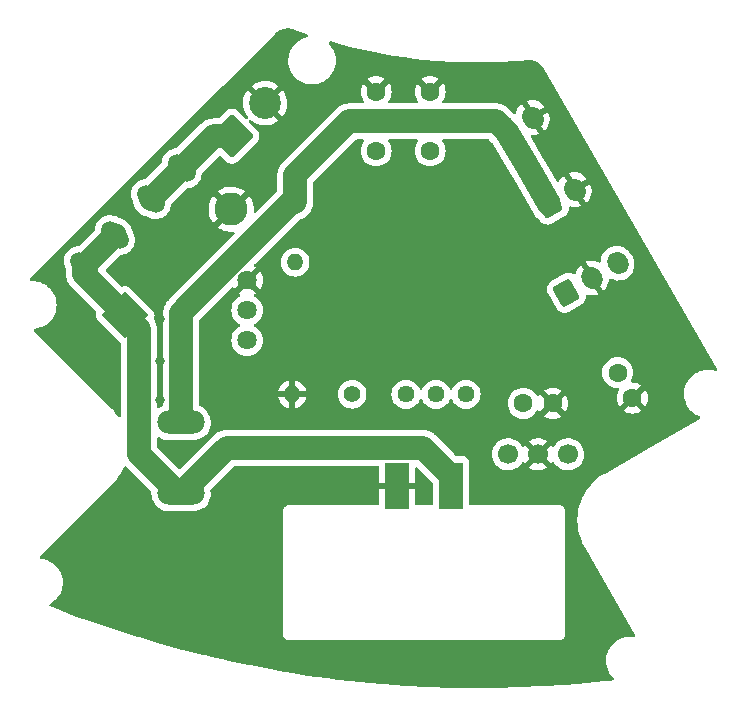
<source format=gbr>
%TF.GenerationSoftware,KiCad,Pcbnew,(6.0.5)*%
%TF.CreationDate,2023-02-26T21:46:22+09:00*%
%TF.ProjectId,psu_board,7073755f-626f-4617-9264-2e6b69636164,rev?*%
%TF.SameCoordinates,Original*%
%TF.FileFunction,Copper,L2,Bot*%
%TF.FilePolarity,Positive*%
%FSLAX46Y46*%
G04 Gerber Fmt 4.6, Leading zero omitted, Abs format (unit mm)*
G04 Created by KiCad (PCBNEW (6.0.5)) date 2023-02-26 21:46:22*
%MOMM*%
%LPD*%
G01*
G04 APERTURE LIST*
G04 Aperture macros list*
%AMRoundRect*
0 Rectangle with rounded corners*
0 $1 Rounding radius*
0 $2 $3 $4 $5 $6 $7 $8 $9 X,Y pos of 4 corners*
0 Add a 4 corners polygon primitive as box body*
4,1,4,$2,$3,$4,$5,$6,$7,$8,$9,$2,$3,0*
0 Add four circle primitives for the rounded corners*
1,1,$1+$1,$2,$3*
1,1,$1+$1,$4,$5*
1,1,$1+$1,$6,$7*
1,1,$1+$1,$8,$9*
0 Add four rect primitives between the rounded corners*
20,1,$1+$1,$2,$3,$4,$5,0*
20,1,$1+$1,$4,$5,$6,$7,0*
20,1,$1+$1,$6,$7,$8,$9,0*
20,1,$1+$1,$8,$9,$2,$3,0*%
%AMHorizOval*
0 Thick line with rounded ends*
0 $1 width*
0 $2 $3 position (X,Y) of the first rounded end (center of the circle)*
0 $4 $5 position (X,Y) of the second rounded end (center of the circle)*
0 Add line between two ends*
20,1,$1,$2,$3,$4,$5,0*
0 Add two circle primitives to create the rounded ends*
1,1,$1,$2,$3*
1,1,$1,$4,$5*%
%AMRotRect*
0 Rectangle, with rotation*
0 The origin of the aperture is its center*
0 $1 length*
0 $2 width*
0 $3 Rotation angle, in degrees counterclockwise*
0 Add horizontal line*
21,1,$1,$2,0,0,$3*%
G04 Aperture macros list end*
%TA.AperFunction,ComponentPad*%
%ADD10HorizOval,1.500000X-0.424264X0.424264X0.424264X-0.424264X0*%
%TD*%
%TA.AperFunction,ComponentPad*%
%ADD11RotRect,2.800000X2.800000X45.000000*%
%TD*%
%TA.AperFunction,ComponentPad*%
%ADD12HorizOval,2.800000X0.000000X0.000000X0.000000X0.000000X0*%
%TD*%
%TA.AperFunction,ComponentPad*%
%ADD13C,1.600000*%
%TD*%
%TA.AperFunction,ComponentPad*%
%ADD14RoundRect,0.250000X-0.144615X-0.949519X0.894615X-0.349519X0.144615X0.949519X-0.894615X0.349519X0*%
%TD*%
%TA.AperFunction,ComponentPad*%
%ADD15HorizOval,1.700000X-0.075000X0.129904X0.075000X-0.129904X0*%
%TD*%
%TA.AperFunction,ComponentPad*%
%ADD16C,1.635000*%
%TD*%
%TA.AperFunction,ComponentPad*%
%ADD17RoundRect,0.250000X-0.157115X-0.927868X0.882115X-0.327868X0.157115X0.927868X-0.882115X0.327868X0*%
%TD*%
%TA.AperFunction,ComponentPad*%
%ADD18HorizOval,1.700000X-0.062500X0.108253X0.062500X-0.108253X0*%
%TD*%
%TA.AperFunction,SMDPad,CuDef*%
%ADD19R,2.000000X4.000000*%
%TD*%
%TA.AperFunction,ComponentPad*%
%ADD20C,1.400000*%
%TD*%
%TA.AperFunction,ComponentPad*%
%ADD21O,1.400000X1.400000*%
%TD*%
%TA.AperFunction,ComponentPad*%
%ADD22C,1.440000*%
%TD*%
%TA.AperFunction,ComponentPad*%
%ADD23RoundRect,0.250001X0.000000X-1.555634X1.555634X0.000000X0.000000X1.555634X-1.555634X0.000000X0*%
%TD*%
%TA.AperFunction,ComponentPad*%
%ADD24C,2.700000*%
%TD*%
%TA.AperFunction,ComponentPad*%
%ADD25O,4.000000X2.000000*%
%TD*%
%TA.AperFunction,ComponentPad*%
%ADD26C,1.700000*%
%TD*%
%TA.AperFunction,ViaPad*%
%ADD27C,0.800000*%
%TD*%
%TA.AperFunction,Conductor*%
%ADD28C,2.000000*%
%TD*%
G04 APERTURE END LIST*
D10*
%TO.P,F1,1*%
%TO.N,Net-(BT1-Pad1)*%
X133150523Y-89571374D03*
X130534228Y-92187669D03*
%TO.P,F1,2*%
%TO.N,Net-(D1-Pad1)*%
X124877374Y-97844523D03*
X127493669Y-95228228D03*
%TD*%
D11*
%TO.P,D1,1,K*%
%TO.N,Net-(D1-Pad1)*%
X128351872Y-102026129D03*
D12*
%TO.P,D1,2,A*%
%TO.N,GND*%
X137332128Y-93045873D03*
%TD*%
D13*
%TO.P,C4,1*%
%TO.N,+3V3*%
X170063000Y-106867468D03*
%TO.P,C4,2*%
%TO.N,GND*%
X171313000Y-109032532D03*
%TD*%
D14*
%TO.P,Kiker PSU,1,Pin_1*%
%TO.N,+7.5V*%
X160706969Y-86530337D03*
D15*
%TO.P,Kiker PSU,2,Pin_2*%
%TO.N,GND*%
X162872033Y-85280337D03*
%TD*%
D13*
%TO.P,22\u03BCF,1*%
%TO.N,+7.5V*%
X149606000Y-88098000D03*
%TO.P,22\u03BCF,2*%
%TO.N,GND*%
X149606000Y-83098000D03*
%TD*%
D16*
%TO.P,SW2,1*%
%TO.N,GND*%
X138684000Y-99060000D03*
%TO.P,SW2,2*%
%TO.N,Net-(R1-Pad2)*%
X138684000Y-101600000D03*
%TO.P,SW2,3*%
%TO.N,N/C*%
X138684000Y-104140000D03*
%TD*%
D17*
%TO.P,MB,1,Pin_1*%
%TO.N,+5V*%
X165720437Y-100109337D03*
D18*
%TO.P,MB,2,Pin_2*%
%TO.N,GND*%
X167885501Y-98859337D03*
%TO.P,MB,3,Pin_3*%
%TO.N,+3V3*%
X170050564Y-97609337D03*
%TD*%
D19*
%TO.P,MES1,1,-*%
%TO.N,GND*%
X151384000Y-116445000D03*
%TO.P,MES1,2,+*%
%TO.N,Net-(D1-Pad1)*%
X155956000Y-116445000D03*
%TD*%
D20*
%TO.P,R1,1*%
%TO.N,+7.5V*%
X142748000Y-92456000D03*
D21*
%TO.P,R1,2*%
%TO.N,Net-(R1-Pad2)*%
X142748000Y-97536000D03*
%TD*%
D22*
%TO.P,RV1,1,1*%
%TO.N,Net-(R2-Pad1)*%
X152136000Y-108712000D03*
%TO.P,RV1,2,2*%
X154676000Y-108712000D03*
%TO.P,RV1,3,3*%
%TO.N,Net-(RV1-Pad3)*%
X157216000Y-108712000D03*
%TD*%
D20*
%TO.P,R2,1*%
%TO.N,Net-(R2-Pad1)*%
X147574000Y-108712000D03*
D21*
%TO.P,R2,2*%
%TO.N,GND*%
X142494000Y-108712000D03*
%TD*%
D13*
%TO.P,C3,1*%
%TO.N,+5V*%
X162072000Y-109474000D03*
%TO.P,C3,2*%
%TO.N,GND*%
X164572000Y-109474000D03*
%TD*%
D23*
%TO.P,BT1,1,+*%
%TO.N,Net-(BT1-Pad1)*%
X137403020Y-86863163D03*
D24*
%TO.P,BT1,2,-*%
%TO.N,GND*%
X140203163Y-84063020D03*
%TD*%
D25*
%TO.P,SW1,1*%
%TO.N,Net-(D1-Pad1)*%
X133096000Y-117094000D03*
%TO.P,SW1,2*%
%TO.N,+7.5V*%
X133096000Y-111094000D03*
%TD*%
D13*
%TO.P,10\u03BCF,1*%
%TO.N,+5V*%
X154178000Y-88098000D03*
%TO.P,10\u03BCF,2*%
%TO.N,GND*%
X154178000Y-83098000D03*
%TD*%
D14*
%TO.P,MD,1,Pin_1*%
%TO.N,+7.5V*%
X164262969Y-92626337D03*
D15*
%TO.P,MD,2,Pin_2*%
%TO.N,GND*%
X166428033Y-91376337D03*
%TD*%
D26*
%TO.P,U2,1,VIN*%
%TO.N,+5V*%
X160782000Y-113792000D03*
%TO.P,U2,2,VOUT*%
%TO.N,+3V3*%
X165862000Y-113792000D03*
%TO.P,U2,3,GND*%
%TO.N,GND*%
X163322000Y-113792000D03*
%TD*%
D27*
%TO.N,Net-(BT1-Pad1)*%
X134728948Y-87992948D03*
X131934948Y-90786948D03*
%TO.N,GND*%
X158496000Y-110998000D03*
X160909000Y-100457000D03*
X168402000Y-90297000D03*
X159639000Y-108585000D03*
X163322000Y-111506000D03*
X122174000Y-103632000D03*
X151638000Y-105918000D03*
X136144000Y-111252000D03*
X136652000Y-101092000D03*
X139700000Y-92202000D03*
X166116000Y-97536000D03*
X132842000Y-113538000D03*
X140843000Y-79248000D03*
X164338000Y-104648000D03*
X152781000Y-94996000D03*
X144526000Y-110998000D03*
X155448000Y-103632000D03*
X143002000Y-85852000D03*
X147574000Y-103632000D03*
X149098000Y-115316000D03*
X146050000Y-115316000D03*
X154686000Y-110998000D03*
X168148000Y-94361000D03*
X151892000Y-88138000D03*
X153670000Y-116586000D03*
X151638000Y-100076000D03*
X133096000Y-120142000D03*
X173101000Y-101346000D03*
X137668000Y-115443000D03*
X137033000Y-123952000D03*
X158242000Y-94996000D03*
X165862000Y-108204000D03*
X131572000Y-98552000D03*
X158369000Y-117221000D03*
X164084000Y-107696000D03*
X151892000Y-83058000D03*
X143002000Y-115316000D03*
X174879000Y-105664000D03*
X158496000Y-114046000D03*
X140716000Y-98806000D03*
X141097000Y-110998000D03*
X127508000Y-109220000D03*
X140716000Y-103632000D03*
X136906000Y-83312000D03*
X145923000Y-83693000D03*
X133350000Y-86614000D03*
X127762000Y-92456000D03*
X150876000Y-110998000D03*
X135382000Y-91186000D03*
X147447000Y-95250000D03*
X135128000Y-109220000D03*
X131318000Y-102362000D03*
X158242000Y-91186000D03*
X167894000Y-111887000D03*
X171958000Y-96520000D03*
X139954000Y-115443000D03*
X131318000Y-109220000D03*
X127508000Y-104648000D03*
X164592000Y-88265000D03*
X130302000Y-94996000D03*
X138557000Y-107569000D03*
X163322000Y-117221000D03*
X164719000Y-84074000D03*
X147574000Y-110998000D03*
X143510000Y-102870000D03*
X159004000Y-87630000D03*
X163068000Y-94996000D03*
X139192000Y-89408000D03*
X129032000Y-116459000D03*
X159639000Y-104267000D03*
X129159000Y-123825000D03*
X156718000Y-87630000D03*
X131318000Y-105918000D03*
X167894000Y-101092000D03*
X134874000Y-95504000D03*
X157734000Y-81915000D03*
X167894000Y-105918000D03*
X142748000Y-95250000D03*
X135128000Y-102616000D03*
X121920000Y-98298000D03*
%TO.N,+7.5V*%
X158750000Y-85598000D03*
X161701225Y-88234775D03*
X133096000Y-104140000D03*
X142748000Y-90170000D03*
X133096000Y-106172000D03*
X145034000Y-87884000D03*
X162543435Y-89678565D03*
X141194758Y-93696758D03*
X156464000Y-85598000D03*
X134590758Y-100300758D03*
X136114758Y-98776758D03*
X151892000Y-85598000D03*
X163292067Y-90961933D03*
X139416758Y-95474758D03*
X133096000Y-101854000D03*
X137638758Y-97252758D03*
X147320000Y-85598000D03*
X154178000Y-85598000D03*
X133096000Y-108204000D03*
X149606000Y-85598000D03*
%TO.N,Net-(D1-Pad1)*%
X147574000Y-113245489D03*
X126219948Y-96501948D03*
X141478000Y-113245489D03*
X150622000Y-113245489D03*
X135636000Y-114554000D03*
X129540000Y-106172000D03*
X136906000Y-113284000D03*
X149098000Y-113245489D03*
X126446871Y-100121129D03*
X129540000Y-113792000D03*
X153583511Y-113245489D03*
X143002000Y-113245489D03*
X129540000Y-112014000D03*
X154686000Y-114300000D03*
X129540000Y-110236000D03*
X138430000Y-113245489D03*
X129540000Y-104140000D03*
X146050000Y-113245489D03*
X152146000Y-113245489D03*
X130937000Y-115189000D03*
X144526000Y-113245489D03*
X139954000Y-113245489D03*
X129540000Y-108204000D03*
%TD*%
D28*
%TO.N,Net-(BT1-Pad1)*%
X137403020Y-86863163D02*
X135858734Y-86863163D01*
X135858734Y-86863163D02*
X130534228Y-92187669D01*
%TO.N,+7.5V*%
X160528000Y-86351368D02*
X160519368Y-86351368D01*
X147320000Y-85598000D02*
X142748000Y-90170000D01*
X164262969Y-92626337D02*
X162543435Y-89678565D01*
X162543435Y-89678565D02*
X160706969Y-86530337D01*
X159766000Y-85598000D02*
X147320000Y-85598000D01*
X142748000Y-90170000D02*
X142748000Y-92456000D01*
X160706969Y-86530337D02*
X160528000Y-86351368D01*
X160519368Y-86351368D02*
X159766000Y-85598000D01*
X133096000Y-111094000D02*
X133096000Y-101795515D01*
X133096000Y-101795515D02*
X142435515Y-92456000D01*
X142435515Y-92456000D02*
X142748000Y-92456000D01*
%TO.N,Net-(D1-Pad1)*%
X129540000Y-103214257D02*
X128351872Y-102026129D01*
X136944511Y-113245489D02*
X138214511Y-113245489D01*
X150406511Y-113245489D02*
X151930511Y-113245489D01*
X145834511Y-113245489D02*
X147358511Y-113245489D01*
X144310511Y-113245489D02*
X145834511Y-113245489D01*
X129540000Y-113792000D02*
X129540000Y-103214257D01*
X151930511Y-113245489D02*
X153583511Y-113245489D01*
X155956000Y-115617978D02*
X155956000Y-116445000D01*
X153583511Y-113245489D02*
X155956000Y-115617978D01*
X124877374Y-97844523D02*
X124877374Y-98551631D01*
X147358511Y-113245489D02*
X148882511Y-113245489D01*
X138214511Y-113245489D02*
X139738511Y-113245489D01*
X133096000Y-117094000D02*
X136944511Y-113245489D01*
X124877374Y-98551631D02*
X128351872Y-102026129D01*
X148882511Y-113245489D02*
X150406511Y-113245489D01*
X133096000Y-117094000D02*
X132842000Y-117094000D01*
X141262511Y-113245489D02*
X142786511Y-113245489D01*
X127493669Y-95228228D02*
X124877374Y-97844523D01*
X142786511Y-113245489D02*
X144310511Y-113245489D01*
X139738511Y-113245489D02*
X141262511Y-113245489D01*
X132842000Y-117094000D02*
X129540000Y-113792000D01*
%TD*%
%TA.AperFunction,Conductor*%
%TO.N,GND*%
G36*
X142223865Y-77732928D02*
G01*
X142415901Y-77759695D01*
X142433405Y-77763418D01*
X142584739Y-77807039D01*
X142605950Y-77815995D01*
X142606138Y-77815597D01*
X142610538Y-77817675D01*
X142614768Y-77820088D01*
X142620388Y-77822229D01*
X142620625Y-77822360D01*
X142620889Y-77822419D01*
X142626498Y-77824556D01*
X142631258Y-77825568D01*
X142633553Y-77826245D01*
X142639688Y-77828226D01*
X143796779Y-78234822D01*
X143854416Y-78276276D01*
X143880492Y-78342311D01*
X143866727Y-78411960D01*
X143817491Y-78463111D01*
X143785982Y-78474934D01*
X143786178Y-78475649D01*
X143522028Y-78547912D01*
X143518080Y-78549596D01*
X143274082Y-78653670D01*
X143274078Y-78653672D01*
X143270130Y-78655356D01*
X143151514Y-78726346D01*
X143038825Y-78793788D01*
X143038821Y-78793791D01*
X143035143Y-78795992D01*
X142821418Y-78967218D01*
X142632908Y-79165866D01*
X142473102Y-79388260D01*
X142344957Y-79630285D01*
X142343485Y-79634308D01*
X142343483Y-79634312D01*
X142300972Y-79750479D01*
X142250843Y-79887461D01*
X142192504Y-80155031D01*
X142171017Y-80428042D01*
X142171434Y-80435280D01*
X142186782Y-80701444D01*
X142239505Y-80970177D01*
X142240892Y-80974227D01*
X142240893Y-80974232D01*
X142312675Y-81183889D01*
X142328212Y-81229268D01*
X142357338Y-81287178D01*
X142426937Y-81425561D01*
X142451260Y-81473923D01*
X142453686Y-81477452D01*
X142453689Y-81477458D01*
X142603943Y-81696077D01*
X142606374Y-81699614D01*
X142790682Y-81902167D01*
X143000775Y-82077831D01*
X143004416Y-82080115D01*
X143229124Y-82221075D01*
X143229128Y-82221077D01*
X143232764Y-82223358D01*
X143331121Y-82267768D01*
X143478445Y-82334288D01*
X143478449Y-82334290D01*
X143482357Y-82336054D01*
X143486477Y-82337274D01*
X143486476Y-82337274D01*
X143740823Y-82412615D01*
X143740827Y-82412616D01*
X143744936Y-82413833D01*
X143749170Y-82414481D01*
X143749175Y-82414482D01*
X144011398Y-82454607D01*
X144011400Y-82454607D01*
X144015640Y-82455256D01*
X144155012Y-82457446D01*
X144285171Y-82459491D01*
X144285177Y-82459491D01*
X144289462Y-82459558D01*
X144561335Y-82426658D01*
X144826227Y-82357165D01*
X144830187Y-82355525D01*
X144830192Y-82355523D01*
X145008618Y-82281616D01*
X145079236Y-82252365D01*
X145315682Y-82114197D01*
X145447309Y-82010988D01*
X148884576Y-82010988D01*
X148891644Y-82024434D01*
X149593188Y-82725978D01*
X149607132Y-82733592D01*
X149608965Y-82733461D01*
X149615580Y-82729210D01*
X150321077Y-82023713D01*
X150327507Y-82011938D01*
X150326772Y-82010988D01*
X153456576Y-82010988D01*
X153463644Y-82024434D01*
X154165188Y-82725978D01*
X154179132Y-82733592D01*
X154180965Y-82733461D01*
X154187580Y-82729210D01*
X154893077Y-82023713D01*
X154899507Y-82011938D01*
X154890211Y-81999923D01*
X154839006Y-81964069D01*
X154829511Y-81958586D01*
X154632053Y-81866510D01*
X154621761Y-81862764D01*
X154411312Y-81806375D01*
X154400519Y-81804472D01*
X154183475Y-81785483D01*
X154172525Y-81785483D01*
X153955481Y-81804472D01*
X153944688Y-81806375D01*
X153734239Y-81862764D01*
X153723947Y-81866510D01*
X153526489Y-81958586D01*
X153516994Y-81964069D01*
X153464952Y-82000509D01*
X153456576Y-82010988D01*
X150326772Y-82010988D01*
X150318211Y-81999923D01*
X150267006Y-81964069D01*
X150257511Y-81958586D01*
X150060053Y-81866510D01*
X150049761Y-81862764D01*
X149839312Y-81806375D01*
X149828519Y-81804472D01*
X149611475Y-81785483D01*
X149600525Y-81785483D01*
X149383481Y-81804472D01*
X149372688Y-81806375D01*
X149162239Y-81862764D01*
X149151947Y-81866510D01*
X148954489Y-81958586D01*
X148944994Y-81964069D01*
X148892952Y-82000509D01*
X148884576Y-82010988D01*
X145447309Y-82010988D01*
X145531189Y-81945218D01*
X145572909Y-81902167D01*
X145718786Y-81751633D01*
X145721769Y-81748555D01*
X145724302Y-81745107D01*
X145724306Y-81745102D01*
X145881357Y-81531302D01*
X145883895Y-81527847D01*
X145911254Y-81477458D01*
X146012518Y-81290954D01*
X146012519Y-81290952D01*
X146014568Y-81287178D01*
X146068954Y-81143249D01*
X146109851Y-81035019D01*
X146109852Y-81035015D01*
X146111369Y-81031001D01*
X146158918Y-80823391D01*
X146171549Y-80768241D01*
X146171550Y-80768237D01*
X146172507Y-80764057D01*
X146178762Y-80693979D01*
X146196631Y-80493751D01*
X146196631Y-80493749D01*
X146196851Y-80491285D01*
X146197293Y-80449124D01*
X146195846Y-80427902D01*
X146178959Y-80180179D01*
X146178958Y-80180173D01*
X146178667Y-80175902D01*
X146123132Y-79907736D01*
X146031717Y-79649589D01*
X145906113Y-79406236D01*
X145898439Y-79395316D01*
X145825119Y-79290993D01*
X145748645Y-79182181D01*
X145621953Y-79045844D01*
X145590236Y-78982329D01*
X145597892Y-78911746D01*
X145642493Y-78856508D01*
X145709878Y-78834151D01*
X145749404Y-78839077D01*
X146213710Y-78973955D01*
X146213724Y-78973959D01*
X146214561Y-78974202D01*
X146215403Y-78974422D01*
X146215419Y-78974426D01*
X147429283Y-79290993D01*
X147429305Y-79290998D01*
X147430124Y-79291212D01*
X147430959Y-79291405D01*
X147430974Y-79291409D01*
X148653152Y-79574363D01*
X148653173Y-79574368D01*
X148653974Y-79574553D01*
X148654762Y-79574713D01*
X148654782Y-79574717D01*
X149878603Y-79822677D01*
X149885177Y-79824009D01*
X149886045Y-79824160D01*
X149886050Y-79824161D01*
X151121927Y-80039239D01*
X151121943Y-80039242D01*
X151122796Y-80039390D01*
X151123639Y-80039513D01*
X151123665Y-80039517D01*
X152059607Y-80175902D01*
X152365887Y-80220533D01*
X152366784Y-80220638D01*
X152366780Y-80220638D01*
X153612651Y-80367198D01*
X153612684Y-80367201D01*
X153613505Y-80367298D01*
X153614338Y-80367373D01*
X153614350Y-80367374D01*
X154863849Y-80479499D01*
X154863856Y-80479500D01*
X154864697Y-80479575D01*
X154865508Y-80479625D01*
X154865544Y-80479628D01*
X156117637Y-80557224D01*
X156117653Y-80557225D01*
X156118512Y-80557278D01*
X156686470Y-80576762D01*
X157373108Y-80600317D01*
X157373136Y-80600318D01*
X157373994Y-80600347D01*
X157374890Y-80600353D01*
X158629280Y-80608744D01*
X158629284Y-80608744D01*
X158630186Y-80608750D01*
X158631090Y-80608731D01*
X158631102Y-80608731D01*
X159885243Y-80582499D01*
X159885272Y-80582498D01*
X159886132Y-80582480D01*
X160409369Y-80557075D01*
X161140053Y-80521598D01*
X161140063Y-80521597D01*
X161140874Y-80521558D01*
X161867635Y-80466131D01*
X162368906Y-80427902D01*
X162376921Y-80427595D01*
X162381024Y-80427910D01*
X162387016Y-80427444D01*
X162387284Y-80427461D01*
X162387546Y-80427402D01*
X162393539Y-80426936D01*
X162398276Y-80425816D01*
X162398283Y-80425815D01*
X162404391Y-80424371D01*
X162431004Y-80421013D01*
X162563065Y-80418524D01*
X162595885Y-80417905D01*
X162613753Y-80418839D01*
X162653562Y-80423772D01*
X162806172Y-80442684D01*
X162823726Y-80446140D01*
X163010823Y-80497001D01*
X163027698Y-80502903D01*
X163205715Y-80579763D01*
X163221594Y-80588003D01*
X163386908Y-80689291D01*
X163401462Y-80699698D01*
X163479148Y-80764057D01*
X163550768Y-80823391D01*
X163563702Y-80835756D01*
X163693981Y-80979353D01*
X163705032Y-80993426D01*
X163727613Y-81026813D01*
X163795420Y-81127070D01*
X163803883Y-81143249D01*
X163807806Y-81150240D01*
X163811045Y-81158612D01*
X163816504Y-81165738D01*
X163816505Y-81165741D01*
X163830405Y-81183889D01*
X163839495Y-81197506D01*
X178494090Y-106580011D01*
X178510828Y-106649006D01*
X178487608Y-106716098D01*
X178431800Y-106759985D01*
X178361125Y-106766734D01*
X178350458Y-106764191D01*
X178104560Y-106694146D01*
X178100318Y-106693542D01*
X178100312Y-106693541D01*
X177899828Y-106665008D01*
X177833437Y-106655559D01*
X177689583Y-106654806D01*
X177563871Y-106654148D01*
X177563865Y-106654148D01*
X177559585Y-106654126D01*
X177555341Y-106654685D01*
X177555337Y-106654685D01*
X177436296Y-106670357D01*
X177288072Y-106689871D01*
X177283932Y-106691004D01*
X177283930Y-106691004D01*
X177211002Y-106710955D01*
X177023922Y-106762134D01*
X177007424Y-106769171D01*
X176775976Y-106867892D01*
X176775972Y-106867894D01*
X176772024Y-106869578D01*
X176679564Y-106924914D01*
X176540719Y-107008010D01*
X176540715Y-107008013D01*
X176537037Y-107010214D01*
X176323312Y-107181440D01*
X176228368Y-107281490D01*
X176194945Y-107316711D01*
X176134802Y-107380088D01*
X175974996Y-107602482D01*
X175846851Y-107844507D01*
X175845379Y-107848530D01*
X175845377Y-107848534D01*
X175787270Y-108007317D01*
X175752737Y-108101683D01*
X175694398Y-108369253D01*
X175687726Y-108454027D01*
X175674207Y-108625803D01*
X175672911Y-108642264D01*
X175673328Y-108649502D01*
X175688676Y-108915666D01*
X175741399Y-109184399D01*
X175742786Y-109188449D01*
X175742787Y-109188454D01*
X175816775Y-109404554D01*
X175830106Y-109443490D01*
X175860882Y-109504681D01*
X175936865Y-109655757D01*
X175953154Y-109688145D01*
X175955580Y-109691674D01*
X175955583Y-109691680D01*
X176086027Y-109881475D01*
X176108268Y-109913836D01*
X176111155Y-109917009D01*
X176111156Y-109917010D01*
X176283212Y-110106098D01*
X176292576Y-110116389D01*
X176502669Y-110292053D01*
X176506310Y-110294337D01*
X176731018Y-110435297D01*
X176731022Y-110435299D01*
X176734658Y-110437580D01*
X176984251Y-110550276D01*
X176987165Y-110551139D01*
X177043799Y-110593452D01*
X177068672Y-110659949D01*
X177053646Y-110729337D01*
X177006002Y-110778175D01*
X172901622Y-113147840D01*
X168951586Y-115428394D01*
X168932609Y-115437334D01*
X168918358Y-115442648D01*
X168918350Y-115442651D01*
X168913798Y-115444349D01*
X168902851Y-115450493D01*
X168899024Y-115453499D01*
X168896812Y-115454976D01*
X168890086Y-115459743D01*
X168571286Y-115662838D01*
X168569111Y-115664507D01*
X168261118Y-115900837D01*
X168261112Y-115900842D01*
X168258950Y-115902501D01*
X167968690Y-116168474D01*
X167966839Y-116170494D01*
X167966836Y-116170497D01*
X167780569Y-116373771D01*
X167702716Y-116458732D01*
X167654590Y-116521451D01*
X167464723Y-116768888D01*
X167464715Y-116768900D01*
X167463051Y-116771068D01*
X167251521Y-117103103D01*
X167183374Y-117234012D01*
X167154941Y-117288631D01*
X167069734Y-117452310D01*
X166919075Y-117816033D01*
X166918249Y-117818653D01*
X166918246Y-117818661D01*
X166801597Y-118188622D01*
X166800689Y-118191502D01*
X166715479Y-118575861D01*
X166715121Y-118578581D01*
X166715120Y-118578586D01*
X166711008Y-118609820D01*
X166664092Y-118966183D01*
X166646919Y-119359499D01*
X166664092Y-119752815D01*
X166715479Y-120143138D01*
X166800689Y-120527496D01*
X166919074Y-120902966D01*
X166920122Y-120905497D01*
X166920126Y-120905507D01*
X167017074Y-121139557D01*
X167069734Y-121266688D01*
X167237199Y-121588385D01*
X167240784Y-121596447D01*
X167240815Y-121596433D01*
X167242870Y-121600864D01*
X167244567Y-121605416D01*
X167250711Y-121616363D01*
X167253715Y-121620187D01*
X167267951Y-121638310D01*
X167277984Y-121653143D01*
X168170537Y-123199090D01*
X171567376Y-129082589D01*
X171584114Y-129151584D01*
X171560894Y-129218676D01*
X171505086Y-129262563D01*
X171440504Y-129270332D01*
X171244029Y-129242369D01*
X171100175Y-129241616D01*
X170974463Y-129240958D01*
X170974457Y-129240958D01*
X170970177Y-129240936D01*
X170965933Y-129241495D01*
X170965929Y-129241495D01*
X170863220Y-129255017D01*
X170698664Y-129276681D01*
X170694524Y-129277814D01*
X170694522Y-129277814D01*
X170656616Y-129288184D01*
X170434514Y-129348944D01*
X170430566Y-129350628D01*
X170186568Y-129454702D01*
X170186564Y-129454704D01*
X170182616Y-129456388D01*
X170095723Y-129508392D01*
X169951311Y-129594820D01*
X169951307Y-129594823D01*
X169947629Y-129597024D01*
X169733904Y-129768250D01*
X169545394Y-129966898D01*
X169385588Y-130189292D01*
X169257443Y-130431317D01*
X169255971Y-130435340D01*
X169255969Y-130435344D01*
X169213458Y-130551511D01*
X169163329Y-130688493D01*
X169104990Y-130956063D01*
X169083503Y-131229074D01*
X169083920Y-131236312D01*
X169099268Y-131502476D01*
X169151991Y-131771209D01*
X169153378Y-131775259D01*
X169153379Y-131775264D01*
X169231561Y-132003613D01*
X169240698Y-132030300D01*
X169302222Y-132152628D01*
X169339423Y-132226593D01*
X169363746Y-132274955D01*
X169366172Y-132278484D01*
X169366175Y-132278490D01*
X169510316Y-132488215D01*
X169518860Y-132500646D01*
X169703168Y-132703199D01*
X169706463Y-132705954D01*
X169711015Y-132709760D01*
X169750445Y-132768800D01*
X169751696Y-132839786D01*
X169714370Y-132900179D01*
X169645589Y-132931479D01*
X169489130Y-132950741D01*
X169389055Y-132963062D01*
X169386662Y-132963332D01*
X168943490Y-133009143D01*
X167479521Y-133160473D01*
X167477075Y-133160702D01*
X165566443Y-133320634D01*
X165563994Y-133320815D01*
X163650604Y-133443478D01*
X163648152Y-133443611D01*
X161732788Y-133528954D01*
X161730333Y-133529040D01*
X159813567Y-133577038D01*
X159811121Y-133577075D01*
X159254189Y-133580163D01*
X157893884Y-133587704D01*
X157891428Y-133587694D01*
X155974305Y-133560953D01*
X155971849Y-133560895D01*
X154055605Y-133496792D01*
X154053152Y-133496686D01*
X152138523Y-133395246D01*
X152136072Y-133395092D01*
X150223783Y-133256354D01*
X150221335Y-133256152D01*
X149027973Y-133146154D01*
X148312128Y-133080170D01*
X148309736Y-133079927D01*
X146404232Y-132866756D01*
X146401876Y-132866469D01*
X145509869Y-132749034D01*
X144500958Y-132616208D01*
X144498526Y-132615864D01*
X143363790Y-132443911D01*
X142602800Y-132328594D01*
X142600437Y-132328212D01*
X141357575Y-132115015D01*
X140710703Y-132004052D01*
X140708287Y-132003613D01*
X138981424Y-131672622D01*
X138825294Y-131642696D01*
X138822915Y-131642217D01*
X137103825Y-131277840D01*
X136947219Y-131244646D01*
X136944821Y-131244113D01*
X136083850Y-131044012D01*
X135077312Y-130810079D01*
X135074933Y-130809502D01*
X135064588Y-130806884D01*
X134580854Y-130684473D01*
X133216174Y-130339134D01*
X133213800Y-130338508D01*
X131364634Y-129832021D01*
X131362271Y-129831349D01*
X129523276Y-129288902D01*
X129520928Y-129288184D01*
X129365064Y-129238887D01*
X127692885Y-128710006D01*
X127690636Y-128709271D01*
X126785144Y-128403341D01*
X125874121Y-128095542D01*
X125871802Y-128094733D01*
X124805978Y-127711331D01*
X124067626Y-127445728D01*
X124065402Y-127444903D01*
X122274277Y-126760879D01*
X122271991Y-126759981D01*
X122029510Y-126661921D01*
X121973856Y-126617839D01*
X121950871Y-126550666D01*
X121967850Y-126481730D01*
X122013177Y-126436323D01*
X122193862Y-126330739D01*
X122193863Y-126330738D01*
X122197565Y-126328575D01*
X122413072Y-126159596D01*
X122603652Y-125962933D01*
X122606185Y-125959485D01*
X122606189Y-125959480D01*
X122763240Y-125745680D01*
X122765778Y-125742225D01*
X122821315Y-125639939D01*
X122894401Y-125505332D01*
X122894402Y-125505330D01*
X122896451Y-125501556D01*
X122993252Y-125245379D01*
X123034156Y-125066781D01*
X123053432Y-124982619D01*
X123053433Y-124982615D01*
X123054390Y-124978435D01*
X123062893Y-124883167D01*
X123078514Y-124708129D01*
X123078514Y-124708127D01*
X123078734Y-124705663D01*
X123079176Y-124663502D01*
X123078232Y-124649658D01*
X123060842Y-124394557D01*
X123060841Y-124394551D01*
X123060550Y-124390280D01*
X123005015Y-124122114D01*
X122913600Y-123863967D01*
X122787996Y-123620614D01*
X122770129Y-123595191D01*
X122632991Y-123400064D01*
X122630528Y-123396559D01*
X122444108Y-123195947D01*
X122440793Y-123193233D01*
X122440789Y-123193230D01*
X122235506Y-123025208D01*
X122232188Y-123022492D01*
X121998687Y-122879403D01*
X121993810Y-122877262D01*
X121751856Y-122771051D01*
X121751852Y-122771050D01*
X121747928Y-122769327D01*
X121484549Y-122694302D01*
X121480307Y-122693698D01*
X121480301Y-122693697D01*
X121285127Y-122665920D01*
X121245135Y-122660228D01*
X121180512Y-122630827D01*
X121142044Y-122571156D01*
X121141942Y-122500159D01*
X121173794Y-122446390D01*
X124146447Y-119473738D01*
X127232867Y-116387318D01*
X127248882Y-116373771D01*
X127249212Y-116373536D01*
X127265239Y-116362125D01*
X127274223Y-116353358D01*
X127277140Y-116349466D01*
X127279005Y-116347341D01*
X127284114Y-116341181D01*
X127408064Y-116205914D01*
X127539535Y-116062438D01*
X127663536Y-115900837D01*
X127777529Y-115752277D01*
X127779198Y-115750102D01*
X127990728Y-115418067D01*
X128172514Y-115068859D01*
X128249305Y-114883469D01*
X128293853Y-114828188D01*
X128361217Y-114805767D01*
X128430008Y-114823325D01*
X128460228Y-114848362D01*
X128485350Y-114876858D01*
X128485353Y-114876861D01*
X128488698Y-114880655D01*
X128492606Y-114883865D01*
X128492607Y-114883866D01*
X128520989Y-114907179D01*
X128530108Y-114915449D01*
X130551948Y-116937289D01*
X130585974Y-116999601D01*
X130588723Y-117032099D01*
X130583743Y-117141762D01*
X130583743Y-117141769D01*
X130583514Y-117146817D01*
X130584095Y-117151837D01*
X130584095Y-117151841D01*
X130599923Y-117288631D01*
X130611415Y-117387956D01*
X130612791Y-117392820D01*
X130612792Y-117392823D01*
X130658476Y-117554266D01*
X130677510Y-117621532D01*
X130679644Y-117626108D01*
X130679646Y-117626114D01*
X130769432Y-117818661D01*
X130780099Y-117841536D01*
X130916544Y-118042307D01*
X131083332Y-118218681D01*
X131087358Y-118221759D01*
X131087359Y-118221760D01*
X131272154Y-118363047D01*
X131272158Y-118363050D01*
X131276174Y-118366120D01*
X131280632Y-118368510D01*
X131280633Y-118368511D01*
X131370807Y-118416862D01*
X131490109Y-118480831D01*
X131719631Y-118559862D01*
X131796701Y-118573174D01*
X131954926Y-118600504D01*
X131954932Y-118600505D01*
X131958836Y-118601179D01*
X131962797Y-118601359D01*
X131962798Y-118601359D01*
X131986506Y-118602436D01*
X131986525Y-118602436D01*
X131987925Y-118602500D01*
X132790107Y-118602500D01*
X132798018Y-118602749D01*
X132868412Y-118607178D01*
X132909991Y-118603101D01*
X132922287Y-118602500D01*
X133071984Y-118602500D01*
X133075502Y-118602549D01*
X133170150Y-118605193D01*
X133170153Y-118605193D01*
X133175205Y-118605334D01*
X133188150Y-118603607D01*
X133204812Y-118602500D01*
X134157001Y-118602500D01*
X134159509Y-118602298D01*
X134159514Y-118602298D01*
X134332924Y-118588346D01*
X134332929Y-118588345D01*
X134337965Y-118587940D01*
X134342873Y-118586734D01*
X134342876Y-118586734D01*
X134568792Y-118531244D01*
X134573706Y-118530037D01*
X134578358Y-118528062D01*
X134578362Y-118528061D01*
X134761229Y-118450438D01*
X134797156Y-118435188D01*
X134903634Y-118368135D01*
X134998288Y-118308528D01*
X134998291Y-118308526D01*
X135002567Y-118305833D01*
X135092240Y-118226776D01*
X135180858Y-118148650D01*
X135180861Y-118148647D01*
X135184655Y-118145302D01*
X135189484Y-118139423D01*
X135335526Y-117961628D01*
X135335528Y-117961625D01*
X135338734Y-117957722D01*
X135460841Y-117747922D01*
X135547833Y-117521298D01*
X135548868Y-117516345D01*
X135596440Y-117288631D01*
X135596440Y-117288627D01*
X135597474Y-117283680D01*
X135608486Y-117041183D01*
X135581645Y-116809203D01*
X135593685Y-116739235D01*
X135617715Y-116705626D01*
X137532447Y-114790894D01*
X137594759Y-114756868D01*
X137621542Y-114753989D01*
X149750000Y-114753989D01*
X149818121Y-114773991D01*
X149864614Y-114827647D01*
X149876000Y-114879989D01*
X149876000Y-116172885D01*
X149880475Y-116188124D01*
X149881865Y-116189329D01*
X149889548Y-116191000D01*
X152873884Y-116191000D01*
X152889123Y-116186525D01*
X152890328Y-116185135D01*
X152891999Y-116177452D01*
X152891999Y-114991508D01*
X152912001Y-114923387D01*
X152965657Y-114876894D01*
X153035931Y-114866790D01*
X153100511Y-114896284D01*
X153107094Y-114902413D01*
X154410595Y-116205914D01*
X154444621Y-116268226D01*
X154447500Y-116295009D01*
X154447500Y-117983500D01*
X154427498Y-118051621D01*
X154373842Y-118098114D01*
X154321500Y-118109500D01*
X153018000Y-118109500D01*
X152949879Y-118089498D01*
X152903386Y-118035842D01*
X152892000Y-117983500D01*
X152892000Y-116717115D01*
X152887525Y-116701876D01*
X152886135Y-116700671D01*
X152878452Y-116699000D01*
X149894116Y-116699000D01*
X149878877Y-116703475D01*
X149877672Y-116704865D01*
X149876001Y-116712548D01*
X149876001Y-117983500D01*
X149855999Y-118051621D01*
X149802343Y-118098114D01*
X149750001Y-118109500D01*
X142248623Y-118109500D01*
X142247853Y-118109498D01*
X142247037Y-118109493D01*
X142170279Y-118109024D01*
X142147918Y-118115415D01*
X142141847Y-118117150D01*
X142125085Y-118120728D01*
X142095813Y-118124920D01*
X142087645Y-118128634D01*
X142087644Y-118128634D01*
X142072438Y-118135548D01*
X142054914Y-118141996D01*
X142030229Y-118149051D01*
X142022635Y-118153843D01*
X142022632Y-118153844D01*
X142005220Y-118164830D01*
X141990137Y-118172969D01*
X141963218Y-118185208D01*
X141956416Y-118191069D01*
X141943765Y-118201970D01*
X141928761Y-118213073D01*
X141907042Y-118226776D01*
X141901103Y-118233501D01*
X141901099Y-118233504D01*
X141887468Y-118248938D01*
X141875276Y-118260982D01*
X141859673Y-118274427D01*
X141859671Y-118274430D01*
X141852873Y-118280287D01*
X141847993Y-118287816D01*
X141847992Y-118287817D01*
X141838906Y-118301835D01*
X141827615Y-118316709D01*
X141816569Y-118329217D01*
X141810622Y-118335951D01*
X141804312Y-118349391D01*
X141798058Y-118362711D01*
X141789737Y-118377691D01*
X141778529Y-118394983D01*
X141778527Y-118394988D01*
X141773648Y-118402515D01*
X141771078Y-118411108D01*
X141771076Y-118411113D01*
X141766289Y-118427120D01*
X141759628Y-118444564D01*
X141754337Y-118455834D01*
X141748719Y-118467800D01*
X141747338Y-118476667D01*
X141747338Y-118476668D01*
X141744170Y-118497015D01*
X141740387Y-118513732D01*
X141734485Y-118533466D01*
X141734484Y-118533472D01*
X141731914Y-118542066D01*
X141731859Y-118551037D01*
X141731859Y-118551038D01*
X141731704Y-118576497D01*
X141731671Y-118577289D01*
X141731500Y-118578386D01*
X141731500Y-118609377D01*
X141731498Y-118610147D01*
X141731024Y-118687721D01*
X141731408Y-118689065D01*
X141731500Y-118690410D01*
X141731500Y-129023377D01*
X141731498Y-129024147D01*
X141731024Y-129101721D01*
X141733491Y-129110352D01*
X141739150Y-129130153D01*
X141742728Y-129146915D01*
X141746920Y-129176187D01*
X141750634Y-129184355D01*
X141750634Y-129184356D01*
X141757548Y-129199562D01*
X141763996Y-129217086D01*
X141771051Y-129241771D01*
X141775843Y-129249365D01*
X141775844Y-129249368D01*
X141786830Y-129266780D01*
X141794969Y-129281863D01*
X141807208Y-129308782D01*
X141813069Y-129315584D01*
X141823970Y-129328235D01*
X141835073Y-129343239D01*
X141848776Y-129364958D01*
X141855501Y-129370897D01*
X141855504Y-129370901D01*
X141870938Y-129384532D01*
X141882982Y-129396724D01*
X141896427Y-129412327D01*
X141896430Y-129412329D01*
X141902287Y-129419127D01*
X141909816Y-129424007D01*
X141909817Y-129424008D01*
X141923835Y-129433094D01*
X141938709Y-129444385D01*
X141950392Y-129454702D01*
X141957951Y-129461378D01*
X141984711Y-129473942D01*
X141999691Y-129482263D01*
X142016983Y-129493471D01*
X142016988Y-129493473D01*
X142024515Y-129498352D01*
X142033108Y-129500922D01*
X142033113Y-129500924D01*
X142049120Y-129505711D01*
X142066564Y-129512372D01*
X142081676Y-129519467D01*
X142081678Y-129519468D01*
X142089800Y-129523281D01*
X142098667Y-129524662D01*
X142098668Y-129524662D01*
X142101353Y-129525080D01*
X142119017Y-129527830D01*
X142135732Y-129531613D01*
X142155466Y-129537515D01*
X142155472Y-129537516D01*
X142164066Y-129540086D01*
X142173037Y-129540141D01*
X142173038Y-129540141D01*
X142183097Y-129540202D01*
X142198506Y-129540296D01*
X142199289Y-129540329D01*
X142200386Y-129540500D01*
X142231377Y-129540500D01*
X142232147Y-129540502D01*
X142305785Y-129540952D01*
X142305786Y-129540952D01*
X142309721Y-129540976D01*
X142311065Y-129540592D01*
X142312410Y-129540500D01*
X165091377Y-129540500D01*
X165092148Y-129540502D01*
X165169721Y-129540976D01*
X165198152Y-129532850D01*
X165214915Y-129529272D01*
X165215753Y-129529152D01*
X165244187Y-129525080D01*
X165267564Y-129514451D01*
X165285087Y-129508004D01*
X165309771Y-129500949D01*
X165317365Y-129496157D01*
X165317368Y-129496156D01*
X165334780Y-129485170D01*
X165349865Y-129477030D01*
X165376782Y-129464792D01*
X165396235Y-129448030D01*
X165411239Y-129436927D01*
X165432958Y-129423224D01*
X165438897Y-129416499D01*
X165438901Y-129416496D01*
X165452532Y-129401062D01*
X165464724Y-129389018D01*
X165480327Y-129375573D01*
X165480329Y-129375570D01*
X165487127Y-129369713D01*
X165499498Y-129350628D01*
X165501094Y-129348165D01*
X165512385Y-129333291D01*
X165523431Y-129320783D01*
X165523432Y-129320782D01*
X165529378Y-129314049D01*
X165541943Y-129287287D01*
X165550263Y-129272309D01*
X165561471Y-129255017D01*
X165561473Y-129255012D01*
X165566352Y-129247485D01*
X165568922Y-129238892D01*
X165568924Y-129238887D01*
X165573711Y-129222880D01*
X165580372Y-129205436D01*
X165587467Y-129190324D01*
X165587468Y-129190322D01*
X165591281Y-129182200D01*
X165595830Y-129152983D01*
X165599613Y-129136268D01*
X165605515Y-129116534D01*
X165605516Y-129116528D01*
X165608086Y-129107934D01*
X165608296Y-129073494D01*
X165608329Y-129072711D01*
X165608500Y-129071614D01*
X165608500Y-129040623D01*
X165608502Y-129039853D01*
X165608952Y-128966215D01*
X165608952Y-128966214D01*
X165608976Y-128962279D01*
X165608592Y-128960935D01*
X165608500Y-128959590D01*
X165608500Y-118626623D01*
X165608502Y-118625853D01*
X165608800Y-118577102D01*
X165608976Y-118548279D01*
X165600850Y-118519847D01*
X165597272Y-118503085D01*
X165594352Y-118482698D01*
X165593080Y-118473813D01*
X165582451Y-118450436D01*
X165576004Y-118432913D01*
X165571416Y-118416862D01*
X165568949Y-118408229D01*
X165564156Y-118400632D01*
X165553170Y-118383220D01*
X165545030Y-118368135D01*
X165544114Y-118366120D01*
X165532792Y-118341218D01*
X165516030Y-118321765D01*
X165504927Y-118306761D01*
X165491224Y-118285042D01*
X165484499Y-118279103D01*
X165484496Y-118279099D01*
X165469062Y-118265468D01*
X165457018Y-118253276D01*
X165443573Y-118237673D01*
X165443570Y-118237671D01*
X165437713Y-118230873D01*
X165424009Y-118221990D01*
X165416165Y-118216906D01*
X165401291Y-118205615D01*
X165388783Y-118194569D01*
X165388782Y-118194568D01*
X165382049Y-118188622D01*
X165355287Y-118176057D01*
X165340309Y-118167737D01*
X165323017Y-118156529D01*
X165323012Y-118156527D01*
X165315485Y-118151648D01*
X165306892Y-118149078D01*
X165306887Y-118149076D01*
X165290880Y-118144289D01*
X165273436Y-118137628D01*
X165258324Y-118130533D01*
X165258322Y-118130532D01*
X165250200Y-118126719D01*
X165241333Y-118125338D01*
X165241332Y-118125338D01*
X165230478Y-118123648D01*
X165220983Y-118122170D01*
X165204268Y-118118387D01*
X165184534Y-118112485D01*
X165184528Y-118112484D01*
X165175934Y-118109914D01*
X165166963Y-118109859D01*
X165166962Y-118109859D01*
X165156903Y-118109798D01*
X165141494Y-118109704D01*
X165140711Y-118109671D01*
X165139614Y-118109500D01*
X165108623Y-118109500D01*
X165107853Y-118109498D01*
X165034215Y-118109048D01*
X165034214Y-118109048D01*
X165030279Y-118109024D01*
X165028935Y-118109408D01*
X165027590Y-118109500D01*
X157590500Y-118109500D01*
X157522379Y-118089498D01*
X157475886Y-118035842D01*
X157464500Y-117983500D01*
X157464500Y-115641994D01*
X157464549Y-115638476D01*
X157467193Y-115543828D01*
X157467193Y-115543825D01*
X157467334Y-115538773D01*
X157465607Y-115525828D01*
X157464500Y-115509166D01*
X157464500Y-114396866D01*
X157457745Y-114334684D01*
X157406615Y-114198295D01*
X157319261Y-114081739D01*
X157202705Y-113994385D01*
X157066316Y-113943255D01*
X157004134Y-113936500D01*
X156460053Y-113936500D01*
X156391932Y-113916498D01*
X156370958Y-113899595D01*
X156230058Y-113758695D01*
X159419251Y-113758695D01*
X159419548Y-113763848D01*
X159419548Y-113763851D01*
X159425011Y-113858590D01*
X159432110Y-113981715D01*
X159433247Y-113986761D01*
X159433248Y-113986767D01*
X159434965Y-113994385D01*
X159481222Y-114199639D01*
X159519461Y-114293811D01*
X159559928Y-114393469D01*
X159565266Y-114406616D01*
X159567965Y-114411020D01*
X159679288Y-114592683D01*
X159681987Y-114597088D01*
X159828250Y-114765938D01*
X160000126Y-114908632D01*
X160193000Y-115021338D01*
X160401692Y-115101030D01*
X160406760Y-115102061D01*
X160406763Y-115102062D01*
X160511604Y-115123392D01*
X160620597Y-115145567D01*
X160625772Y-115145757D01*
X160625774Y-115145757D01*
X160838673Y-115153564D01*
X160838677Y-115153564D01*
X160843837Y-115153753D01*
X160848957Y-115153097D01*
X160848959Y-115153097D01*
X161060288Y-115126025D01*
X161060289Y-115126025D01*
X161065416Y-115125368D01*
X161070366Y-115123883D01*
X161274429Y-115062661D01*
X161274434Y-115062659D01*
X161279384Y-115061174D01*
X161479994Y-114962896D01*
X161544544Y-114916853D01*
X162561977Y-114916853D01*
X162567258Y-114923907D01*
X162728756Y-115018279D01*
X162738042Y-115022729D01*
X162937001Y-115098703D01*
X162946899Y-115101579D01*
X163155595Y-115144038D01*
X163165823Y-115145257D01*
X163378650Y-115153062D01*
X163388936Y-115152595D01*
X163600185Y-115125534D01*
X163610262Y-115123392D01*
X163814255Y-115062191D01*
X163823842Y-115058433D01*
X164015098Y-114964738D01*
X164023944Y-114959465D01*
X164071247Y-114925723D01*
X164079648Y-114915023D01*
X164072660Y-114901870D01*
X163334812Y-114164022D01*
X163320868Y-114156408D01*
X163319035Y-114156539D01*
X163312420Y-114160790D01*
X162568737Y-114904473D01*
X162561977Y-114916853D01*
X161544544Y-114916853D01*
X161661860Y-114833173D01*
X161666863Y-114828188D01*
X161816435Y-114679137D01*
X161820096Y-114675489D01*
X161879594Y-114592689D01*
X161950453Y-114494077D01*
X161951640Y-114494930D01*
X161998960Y-114451362D01*
X162068897Y-114439145D01*
X162134338Y-114466678D01*
X162162166Y-114498512D01*
X162188459Y-114541419D01*
X162198916Y-114550880D01*
X162207694Y-114547096D01*
X162949978Y-113804812D01*
X162956356Y-113793132D01*
X163686408Y-113793132D01*
X163686539Y-113794965D01*
X163690790Y-113801580D01*
X164432474Y-114543264D01*
X164444484Y-114549823D01*
X164456223Y-114540855D01*
X164490022Y-114493819D01*
X164491277Y-114494721D01*
X164538391Y-114451355D01*
X164608330Y-114439148D01*
X164673767Y-114466691D01*
X164701580Y-114498513D01*
X164759287Y-114592683D01*
X164759291Y-114592688D01*
X164761987Y-114597088D01*
X164908250Y-114765938D01*
X165080126Y-114908632D01*
X165273000Y-115021338D01*
X165481692Y-115101030D01*
X165486760Y-115102061D01*
X165486763Y-115102062D01*
X165591604Y-115123392D01*
X165700597Y-115145567D01*
X165705772Y-115145757D01*
X165705774Y-115145757D01*
X165918673Y-115153564D01*
X165918677Y-115153564D01*
X165923837Y-115153753D01*
X165928957Y-115153097D01*
X165928959Y-115153097D01*
X166140288Y-115126025D01*
X166140289Y-115126025D01*
X166145416Y-115125368D01*
X166150366Y-115123883D01*
X166354429Y-115062661D01*
X166354434Y-115062659D01*
X166359384Y-115061174D01*
X166559994Y-114962896D01*
X166741860Y-114833173D01*
X166746863Y-114828188D01*
X166896435Y-114679137D01*
X166900096Y-114675489D01*
X166959594Y-114592689D01*
X167027435Y-114498277D01*
X167030453Y-114494077D01*
X167043995Y-114466678D01*
X167127136Y-114298453D01*
X167127137Y-114298451D01*
X167129430Y-114293811D01*
X167194370Y-114080069D01*
X167223529Y-113858590D01*
X167225156Y-113792000D01*
X167206852Y-113569361D01*
X167152431Y-113352702D01*
X167063354Y-113147840D01*
X166942014Y-112960277D01*
X166791670Y-112795051D01*
X166787619Y-112791852D01*
X166787615Y-112791848D01*
X166620414Y-112659800D01*
X166620410Y-112659798D01*
X166616359Y-112656598D01*
X166420789Y-112548638D01*
X166415920Y-112546914D01*
X166415916Y-112546912D01*
X166215087Y-112475795D01*
X166215083Y-112475794D01*
X166210212Y-112474069D01*
X166205119Y-112473162D01*
X166205116Y-112473161D01*
X165995373Y-112435800D01*
X165995367Y-112435799D01*
X165990284Y-112434894D01*
X165916452Y-112433992D01*
X165772081Y-112432228D01*
X165772079Y-112432228D01*
X165766911Y-112432165D01*
X165546091Y-112465955D01*
X165333756Y-112535357D01*
X165289850Y-112558213D01*
X165206968Y-112601359D01*
X165135607Y-112638507D01*
X165131474Y-112641610D01*
X165131471Y-112641612D01*
X164961100Y-112769530D01*
X164956965Y-112772635D01*
X164802629Y-112934138D01*
X164729693Y-113041059D01*
X164694898Y-113092066D01*
X164639987Y-113137069D01*
X164569462Y-113145240D01*
X164505715Y-113113986D01*
X164485017Y-113089501D01*
X164455062Y-113043197D01*
X164444377Y-113033995D01*
X164434812Y-113038398D01*
X163694022Y-113779188D01*
X163686408Y-113793132D01*
X162956356Y-113793132D01*
X162957592Y-113790868D01*
X162957461Y-113789035D01*
X162953210Y-113782420D01*
X162211849Y-113041059D01*
X162200313Y-113034759D01*
X162188031Y-113044382D01*
X162155499Y-113092072D01*
X162100587Y-113137075D01*
X162030063Y-113145246D01*
X161966316Y-113113992D01*
X161945618Y-113089508D01*
X161864822Y-112964617D01*
X161864820Y-112964614D01*
X161862014Y-112960277D01*
X161711670Y-112795051D01*
X161707619Y-112791852D01*
X161707615Y-112791848D01*
X161551338Y-112668427D01*
X162563223Y-112668427D01*
X162569968Y-112680758D01*
X163309188Y-113419978D01*
X163323132Y-113427592D01*
X163324965Y-113427461D01*
X163331580Y-113423210D01*
X164075389Y-112679401D01*
X164082410Y-112666544D01*
X164075611Y-112657213D01*
X164071554Y-112654518D01*
X163885117Y-112551599D01*
X163875705Y-112547369D01*
X163674959Y-112476280D01*
X163664989Y-112473646D01*
X163455327Y-112436301D01*
X163445073Y-112435331D01*
X163232116Y-112432728D01*
X163221832Y-112433448D01*
X163011321Y-112465661D01*
X163001293Y-112468050D01*
X162798868Y-112534212D01*
X162789359Y-112538209D01*
X162600466Y-112636540D01*
X162591734Y-112642039D01*
X162571677Y-112657099D01*
X162563223Y-112668427D01*
X161551338Y-112668427D01*
X161540414Y-112659800D01*
X161540410Y-112659798D01*
X161536359Y-112656598D01*
X161340789Y-112548638D01*
X161335920Y-112546914D01*
X161335916Y-112546912D01*
X161135087Y-112475795D01*
X161135083Y-112475794D01*
X161130212Y-112474069D01*
X161125119Y-112473162D01*
X161125116Y-112473161D01*
X160915373Y-112435800D01*
X160915367Y-112435799D01*
X160910284Y-112434894D01*
X160836452Y-112433992D01*
X160692081Y-112432228D01*
X160692079Y-112432228D01*
X160686911Y-112432165D01*
X160466091Y-112465955D01*
X160253756Y-112535357D01*
X160209850Y-112558213D01*
X160126968Y-112601359D01*
X160055607Y-112638507D01*
X160051474Y-112641610D01*
X160051471Y-112641612D01*
X159881100Y-112769530D01*
X159876965Y-112772635D01*
X159722629Y-112934138D01*
X159596743Y-113118680D01*
X159502688Y-113321305D01*
X159442989Y-113536570D01*
X159419251Y-113758695D01*
X156230058Y-113758695D01*
X154667186Y-112195823D01*
X154664732Y-112193301D01*
X154599649Y-112124477D01*
X154599646Y-112124475D01*
X154596179Y-112120808D01*
X154533750Y-112073078D01*
X154528619Y-112068937D01*
X154472644Y-112021298D01*
X154472643Y-112021297D01*
X154468791Y-112018019D01*
X154464466Y-112015400D01*
X154464461Y-112015396D01*
X154440687Y-112000998D01*
X154429440Y-111993326D01*
X154403337Y-111973369D01*
X154334103Y-111936246D01*
X154328379Y-111932982D01*
X154261153Y-111892268D01*
X154230692Y-111879961D01*
X154218352Y-111874181D01*
X154214861Y-111872309D01*
X154189402Y-111858658D01*
X154184621Y-111857012D01*
X154184617Y-111857010D01*
X154115110Y-111833077D01*
X154108932Y-111830767D01*
X154040777Y-111803231D01*
X154040778Y-111803231D01*
X154036082Y-111801334D01*
X154004050Y-111794057D01*
X153990952Y-111790326D01*
X153959880Y-111779627D01*
X153882411Y-111766246D01*
X153876007Y-111764966D01*
X153799367Y-111747554D01*
X153766558Y-111745490D01*
X153753058Y-111743904D01*
X153720675Y-111738310D01*
X153716718Y-111738130D01*
X153716715Y-111738130D01*
X153693005Y-111737053D01*
X153692986Y-111737053D01*
X153691586Y-111736989D01*
X153635403Y-111736989D01*
X153627491Y-111736740D01*
X153621897Y-111736388D01*
X153557098Y-111732311D01*
X153518056Y-111736139D01*
X153515519Y-111736388D01*
X153503223Y-111736989D01*
X136968513Y-111736989D01*
X136964994Y-111736940D01*
X136870361Y-111734296D01*
X136870358Y-111734296D01*
X136865306Y-111734155D01*
X136787413Y-111744548D01*
X136780872Y-111745247D01*
X136756128Y-111747238D01*
X136707588Y-111751143D01*
X136707584Y-111751144D01*
X136702546Y-111751549D01*
X136670633Y-111759388D01*
X136657253Y-111761915D01*
X136624691Y-111766260D01*
X136619850Y-111767721D01*
X136619848Y-111767722D01*
X136549482Y-111788967D01*
X136543121Y-111790708D01*
X136466805Y-111809452D01*
X136462145Y-111811430D01*
X136436560Y-111822290D01*
X136423750Y-111826927D01*
X136392303Y-111836422D01*
X136387755Y-111838640D01*
X136387748Y-111838643D01*
X136321693Y-111870860D01*
X136315691Y-111873596D01*
X136271703Y-111892268D01*
X136243355Y-111904301D01*
X136219043Y-111919612D01*
X136215555Y-111921808D01*
X136203651Y-111928434D01*
X136174123Y-111942835D01*
X136169986Y-111945754D01*
X136169985Y-111945754D01*
X136109914Y-111988130D01*
X136104425Y-111991790D01*
X136066940Y-112015396D01*
X136037944Y-112033656D01*
X136034155Y-112036997D01*
X136034149Y-112037001D01*
X136013294Y-112055387D01*
X136002599Y-112063833D01*
X135975764Y-112082763D01*
X135954261Y-112102398D01*
X135914545Y-112142114D01*
X135908775Y-112147533D01*
X135859653Y-112190839D01*
X135859650Y-112190842D01*
X135855856Y-112194187D01*
X135852646Y-112198095D01*
X135852645Y-112198096D01*
X135829332Y-112226478D01*
X135821062Y-112235597D01*
X133058095Y-114998564D01*
X132995783Y-115032590D01*
X132924968Y-115027525D01*
X132879905Y-114998564D01*
X131085405Y-113204064D01*
X131051379Y-113141752D01*
X131048500Y-113114969D01*
X131048500Y-112446991D01*
X131068502Y-112378870D01*
X131122158Y-112332377D01*
X131192432Y-112322273D01*
X131251027Y-112346894D01*
X131276174Y-112366120D01*
X131280632Y-112368510D01*
X131280633Y-112368511D01*
X131399347Y-112432165D01*
X131490109Y-112480831D01*
X131719631Y-112559862D01*
X131818978Y-112577022D01*
X131954926Y-112600504D01*
X131954932Y-112600505D01*
X131958836Y-112601179D01*
X131962797Y-112601359D01*
X131962798Y-112601359D01*
X131986506Y-112602436D01*
X131986525Y-112602436D01*
X131987925Y-112602500D01*
X133058188Y-112602500D01*
X133063903Y-112602630D01*
X133148817Y-112606486D01*
X133153837Y-112605905D01*
X133153841Y-112605905D01*
X133176050Y-112603335D01*
X133190532Y-112602500D01*
X134157001Y-112602500D01*
X134159509Y-112602298D01*
X134159514Y-112602298D01*
X134332924Y-112588346D01*
X134332929Y-112588345D01*
X134337965Y-112587940D01*
X134342873Y-112586734D01*
X134342876Y-112586734D01*
X134568792Y-112531244D01*
X134573706Y-112530037D01*
X134578358Y-112528062D01*
X134578362Y-112528061D01*
X134792498Y-112437165D01*
X134797156Y-112435188D01*
X134903037Y-112368511D01*
X134998288Y-112308528D01*
X134998291Y-112308526D01*
X135002567Y-112305833D01*
X135127350Y-112195823D01*
X135180858Y-112148650D01*
X135180861Y-112148647D01*
X135184655Y-112145302D01*
X135201761Y-112124477D01*
X135335526Y-111961628D01*
X135335528Y-111961625D01*
X135338734Y-111957722D01*
X135429754Y-111801334D01*
X135458299Y-111752290D01*
X135458300Y-111752288D01*
X135460841Y-111747922D01*
X135465869Y-111734824D01*
X135546020Y-111526022D01*
X135546021Y-111526018D01*
X135547833Y-111521298D01*
X135597474Y-111283680D01*
X135608486Y-111041183D01*
X135601823Y-110983595D01*
X135581167Y-110805071D01*
X135581166Y-110805067D01*
X135580585Y-110800044D01*
X135576900Y-110787019D01*
X135515866Y-110571331D01*
X135514490Y-110566468D01*
X135512356Y-110561892D01*
X135512354Y-110561886D01*
X135414038Y-110351046D01*
X135414036Y-110351042D01*
X135411901Y-110346464D01*
X135275456Y-110145693D01*
X135108668Y-109969319D01*
X135072297Y-109941511D01*
X134919846Y-109824953D01*
X134919842Y-109824950D01*
X134915826Y-109821880D01*
X134863743Y-109793953D01*
X134706352Y-109709561D01*
X134701891Y-109707169D01*
X134689479Y-109702895D01*
X134631582Y-109661806D01*
X134605090Y-109595937D01*
X134604500Y-109583760D01*
X134604500Y-108978522D01*
X141314801Y-108978522D01*
X141353092Y-109121423D01*
X141356842Y-109131727D01*
X141441521Y-109313323D01*
X141446998Y-109322811D01*
X141561925Y-109486942D01*
X141568981Y-109495350D01*
X141710650Y-109637019D01*
X141719058Y-109644075D01*
X141883189Y-109759002D01*
X141892677Y-109764479D01*
X142074273Y-109849158D01*
X142084577Y-109852908D01*
X142222503Y-109889866D01*
X142236599Y-109889530D01*
X142240000Y-109881588D01*
X142240000Y-109876439D01*
X142748000Y-109876439D01*
X142751973Y-109889970D01*
X142760522Y-109891199D01*
X142903423Y-109852908D01*
X142913727Y-109849158D01*
X143095323Y-109764479D01*
X143104811Y-109759002D01*
X143268942Y-109644075D01*
X143277350Y-109637019D01*
X143419019Y-109495350D01*
X143426075Y-109486942D01*
X143541002Y-109322811D01*
X143546479Y-109313323D01*
X143631158Y-109131727D01*
X143634908Y-109121423D01*
X143671866Y-108983497D01*
X143671530Y-108969401D01*
X143663588Y-108966000D01*
X142766115Y-108966000D01*
X142750876Y-108970475D01*
X142749671Y-108971865D01*
X142748000Y-108979548D01*
X142748000Y-109876439D01*
X142240000Y-109876439D01*
X142240000Y-108984115D01*
X142235525Y-108968876D01*
X142234135Y-108967671D01*
X142226452Y-108966000D01*
X141329561Y-108966000D01*
X141316030Y-108969973D01*
X141314801Y-108978522D01*
X134604500Y-108978522D01*
X134604500Y-108712000D01*
X146360884Y-108712000D01*
X146379314Y-108922655D01*
X146380738Y-108927968D01*
X146380738Y-108927970D01*
X146429404Y-109109592D01*
X146434044Y-109126910D01*
X146436366Y-109131891D01*
X146436367Y-109131892D01*
X146487100Y-109240688D01*
X146523411Y-109318558D01*
X146644699Y-109491776D01*
X146794224Y-109641301D01*
X146967442Y-109762589D01*
X146972420Y-109764910D01*
X146972423Y-109764912D01*
X147153368Y-109849288D01*
X147159090Y-109851956D01*
X147164398Y-109853378D01*
X147164400Y-109853379D01*
X147358030Y-109905262D01*
X147358032Y-109905262D01*
X147363345Y-109906686D01*
X147574000Y-109925116D01*
X147784655Y-109906686D01*
X147789968Y-109905262D01*
X147789970Y-109905262D01*
X147983600Y-109853379D01*
X147983602Y-109853378D01*
X147988910Y-109851956D01*
X147994632Y-109849288D01*
X148175577Y-109764912D01*
X148175580Y-109764910D01*
X148180558Y-109762589D01*
X148353776Y-109641301D01*
X148503301Y-109491776D01*
X148624589Y-109318558D01*
X148660901Y-109240688D01*
X148711633Y-109131892D01*
X148711634Y-109131891D01*
X148713956Y-109126910D01*
X148718597Y-109109592D01*
X148767262Y-108927970D01*
X148767262Y-108927968D01*
X148768686Y-108922655D01*
X148787116Y-108712000D01*
X150902807Y-108712000D01*
X150921542Y-108926142D01*
X150922966Y-108931455D01*
X150922966Y-108931457D01*
X150970698Y-109109592D01*
X150977178Y-109133777D01*
X150979500Y-109138757D01*
X150979501Y-109138759D01*
X151032065Y-109251481D01*
X151068024Y-109328596D01*
X151191319Y-109504681D01*
X151343319Y-109656681D01*
X151519403Y-109779976D01*
X151524381Y-109782297D01*
X151524384Y-109782299D01*
X151675806Y-109852908D01*
X151714223Y-109870822D01*
X151719531Y-109872244D01*
X151719533Y-109872245D01*
X151916543Y-109925034D01*
X151916545Y-109925034D01*
X151921858Y-109926458D01*
X152136000Y-109945193D01*
X152350142Y-109926458D01*
X152355455Y-109925034D01*
X152355457Y-109925034D01*
X152552467Y-109872245D01*
X152552469Y-109872244D01*
X152557777Y-109870822D01*
X152596194Y-109852908D01*
X152747616Y-109782299D01*
X152747619Y-109782297D01*
X152752597Y-109779976D01*
X152928681Y-109656681D01*
X153080681Y-109504681D01*
X153203976Y-109328596D01*
X153239936Y-109251481D01*
X153291805Y-109140247D01*
X153338723Y-109086962D01*
X153407000Y-109067501D01*
X153474960Y-109088043D01*
X153520195Y-109140247D01*
X153572065Y-109251481D01*
X153608024Y-109328596D01*
X153731319Y-109504681D01*
X153883319Y-109656681D01*
X154059403Y-109779976D01*
X154064381Y-109782297D01*
X154064384Y-109782299D01*
X154215806Y-109852908D01*
X154254223Y-109870822D01*
X154259531Y-109872244D01*
X154259533Y-109872245D01*
X154456543Y-109925034D01*
X154456545Y-109925034D01*
X154461858Y-109926458D01*
X154676000Y-109945193D01*
X154890142Y-109926458D01*
X154895455Y-109925034D01*
X154895457Y-109925034D01*
X155092467Y-109872245D01*
X155092469Y-109872244D01*
X155097777Y-109870822D01*
X155136194Y-109852908D01*
X155287616Y-109782299D01*
X155287619Y-109782297D01*
X155292597Y-109779976D01*
X155468681Y-109656681D01*
X155620681Y-109504681D01*
X155743976Y-109328596D01*
X155779936Y-109251481D01*
X155831805Y-109140247D01*
X155878723Y-109086962D01*
X155947000Y-109067501D01*
X156014960Y-109088043D01*
X156060195Y-109140247D01*
X156112065Y-109251481D01*
X156148024Y-109328596D01*
X156271319Y-109504681D01*
X156423319Y-109656681D01*
X156599403Y-109779976D01*
X156604381Y-109782297D01*
X156604384Y-109782299D01*
X156755806Y-109852908D01*
X156794223Y-109870822D01*
X156799531Y-109872244D01*
X156799533Y-109872245D01*
X156996543Y-109925034D01*
X156996545Y-109925034D01*
X157001858Y-109926458D01*
X157216000Y-109945193D01*
X157430142Y-109926458D01*
X157435455Y-109925034D01*
X157435457Y-109925034D01*
X157632467Y-109872245D01*
X157632469Y-109872244D01*
X157637777Y-109870822D01*
X157676194Y-109852908D01*
X157827616Y-109782299D01*
X157827619Y-109782297D01*
X157832597Y-109779976D01*
X158008681Y-109656681D01*
X158160681Y-109504681D01*
X158182164Y-109474000D01*
X160758502Y-109474000D01*
X160778457Y-109702087D01*
X160779881Y-109707400D01*
X160779881Y-109707402D01*
X160834248Y-109910299D01*
X160837716Y-109923243D01*
X160840039Y-109928224D01*
X160840039Y-109928225D01*
X160932151Y-110125762D01*
X160932154Y-110125767D01*
X160934477Y-110130749D01*
X160963324Y-110171946D01*
X161047424Y-110292053D01*
X161065802Y-110318300D01*
X161227700Y-110480198D01*
X161232208Y-110483355D01*
X161232211Y-110483357D01*
X161308803Y-110536987D01*
X161415251Y-110611523D01*
X161420233Y-110613846D01*
X161420238Y-110613849D01*
X161587919Y-110692039D01*
X161622757Y-110708284D01*
X161628065Y-110709706D01*
X161628067Y-110709707D01*
X161838598Y-110766119D01*
X161838600Y-110766119D01*
X161843913Y-110767543D01*
X162072000Y-110787498D01*
X162300087Y-110767543D01*
X162305400Y-110766119D01*
X162305402Y-110766119D01*
X162515933Y-110709707D01*
X162515935Y-110709706D01*
X162521243Y-110708284D01*
X162556081Y-110692039D01*
X162723762Y-110613849D01*
X162723767Y-110613846D01*
X162728749Y-110611523D01*
X162802243Y-110560062D01*
X163850493Y-110560062D01*
X163859789Y-110572077D01*
X163910994Y-110607931D01*
X163920489Y-110613414D01*
X164117947Y-110705490D01*
X164128239Y-110709236D01*
X164338688Y-110765625D01*
X164349481Y-110767528D01*
X164566525Y-110786517D01*
X164577475Y-110786517D01*
X164794519Y-110767528D01*
X164805312Y-110765625D01*
X165015761Y-110709236D01*
X165026053Y-110705490D01*
X165223511Y-110613414D01*
X165233006Y-110607931D01*
X165285048Y-110571491D01*
X165293424Y-110561012D01*
X165286356Y-110547566D01*
X164584812Y-109846022D01*
X164570868Y-109838408D01*
X164569035Y-109838539D01*
X164562420Y-109842790D01*
X163856923Y-110548287D01*
X163850493Y-110560062D01*
X162802243Y-110560062D01*
X162835197Y-110536987D01*
X162911789Y-110483357D01*
X162911792Y-110483355D01*
X162916300Y-110480198D01*
X163078198Y-110318300D01*
X163096577Y-110292053D01*
X163184516Y-110166463D01*
X163209523Y-110130749D01*
X163211847Y-110125765D01*
X163213171Y-110123472D01*
X163264553Y-110074479D01*
X163334267Y-110061043D01*
X163400178Y-110087429D01*
X163431409Y-110123472D01*
X163438066Y-110135002D01*
X163474509Y-110187048D01*
X163484988Y-110195424D01*
X163498434Y-110188356D01*
X164199978Y-109486812D01*
X164206356Y-109475132D01*
X164936408Y-109475132D01*
X164936539Y-109476965D01*
X164940790Y-109483580D01*
X165646287Y-110189077D01*
X165658062Y-110195507D01*
X165670077Y-110186211D01*
X165705931Y-110135006D01*
X165711414Y-110125511D01*
X165714639Y-110118594D01*
X170591493Y-110118594D01*
X170600789Y-110130609D01*
X170651994Y-110166463D01*
X170661489Y-110171946D01*
X170858947Y-110264022D01*
X170869239Y-110267768D01*
X171079688Y-110324157D01*
X171090481Y-110326060D01*
X171307525Y-110345049D01*
X171318475Y-110345049D01*
X171535519Y-110326060D01*
X171546312Y-110324157D01*
X171756761Y-110267768D01*
X171767053Y-110264022D01*
X171964511Y-110171946D01*
X171974006Y-110166463D01*
X172026048Y-110130023D01*
X172034424Y-110119544D01*
X172027356Y-110106098D01*
X171325812Y-109404554D01*
X171311868Y-109396940D01*
X171310035Y-109397071D01*
X171303420Y-109401322D01*
X170597923Y-110106819D01*
X170591493Y-110118594D01*
X165714639Y-110118594D01*
X165803490Y-109928053D01*
X165807236Y-109917761D01*
X165863625Y-109707312D01*
X165865528Y-109696519D01*
X165884517Y-109479475D01*
X165884517Y-109468525D01*
X165865528Y-109251481D01*
X165863625Y-109240688D01*
X165807236Y-109030239D01*
X165803490Y-109019947D01*
X165711414Y-108822489D01*
X165705931Y-108812994D01*
X165669491Y-108760952D01*
X165659012Y-108752576D01*
X165645566Y-108759644D01*
X164944022Y-109461188D01*
X164936408Y-109475132D01*
X164206356Y-109475132D01*
X164207592Y-109472868D01*
X164207461Y-109471035D01*
X164203210Y-109464420D01*
X163497713Y-108758923D01*
X163485938Y-108752493D01*
X163473923Y-108761789D01*
X163438066Y-108812998D01*
X163431409Y-108824528D01*
X163380027Y-108873521D01*
X163310313Y-108886958D01*
X163244402Y-108860571D01*
X163213171Y-108824528D01*
X163211847Y-108822235D01*
X163209523Y-108817251D01*
X163121142Y-108691030D01*
X163081357Y-108634211D01*
X163081355Y-108634208D01*
X163078198Y-108629700D01*
X162916300Y-108467802D01*
X162911792Y-108464645D01*
X162911789Y-108464643D01*
X162800886Y-108386988D01*
X163850576Y-108386988D01*
X163857644Y-108400434D01*
X164559188Y-109101978D01*
X164573132Y-109109592D01*
X164574965Y-109109461D01*
X164581580Y-109105210D01*
X165287077Y-108399713D01*
X165293507Y-108387938D01*
X165284211Y-108375923D01*
X165233006Y-108340069D01*
X165223511Y-108334586D01*
X165026053Y-108242510D01*
X165015761Y-108238764D01*
X164805312Y-108182375D01*
X164794519Y-108180472D01*
X164577475Y-108161483D01*
X164566525Y-108161483D01*
X164349481Y-108180472D01*
X164338688Y-108182375D01*
X164128239Y-108238764D01*
X164117947Y-108242510D01*
X163920489Y-108334586D01*
X163910994Y-108340069D01*
X163858952Y-108376509D01*
X163850576Y-108386988D01*
X162800886Y-108386988D01*
X162792364Y-108381021D01*
X162728749Y-108336477D01*
X162723767Y-108334154D01*
X162723762Y-108334151D01*
X162526225Y-108242039D01*
X162526224Y-108242039D01*
X162521243Y-108239716D01*
X162515935Y-108238294D01*
X162515933Y-108238293D01*
X162305402Y-108181881D01*
X162305400Y-108181881D01*
X162300087Y-108180457D01*
X162072000Y-108160502D01*
X161843913Y-108180457D01*
X161838600Y-108181881D01*
X161838598Y-108181881D01*
X161628067Y-108238293D01*
X161628065Y-108238294D01*
X161622757Y-108239716D01*
X161617776Y-108242039D01*
X161617775Y-108242039D01*
X161420238Y-108334151D01*
X161420233Y-108334154D01*
X161415251Y-108336477D01*
X161351636Y-108381021D01*
X161232211Y-108464643D01*
X161232208Y-108464645D01*
X161227700Y-108467802D01*
X161065802Y-108629700D01*
X161062645Y-108634208D01*
X161062643Y-108634211D01*
X161054006Y-108646546D01*
X160934477Y-108817251D01*
X160932154Y-108822233D01*
X160932151Y-108822238D01*
X160840065Y-109019720D01*
X160837716Y-109024757D01*
X160836294Y-109030065D01*
X160836293Y-109030067D01*
X160779881Y-109240598D01*
X160778457Y-109245913D01*
X160758502Y-109474000D01*
X158182164Y-109474000D01*
X158283976Y-109328596D01*
X158319936Y-109251481D01*
X158372499Y-109138759D01*
X158372500Y-109138757D01*
X158374822Y-109133777D01*
X158381303Y-109109592D01*
X158429034Y-108931457D01*
X158429034Y-108931455D01*
X158430458Y-108926142D01*
X158449193Y-108712000D01*
X158430458Y-108497858D01*
X158423198Y-108470763D01*
X158376245Y-108295533D01*
X158376244Y-108295531D01*
X158374822Y-108290223D01*
X158366676Y-108272753D01*
X158286299Y-108100385D01*
X158286297Y-108100382D01*
X158283976Y-108095404D01*
X158160681Y-107919319D01*
X158008681Y-107767319D01*
X157832597Y-107644024D01*
X157827619Y-107641703D01*
X157827616Y-107641701D01*
X157642759Y-107555501D01*
X157642758Y-107555500D01*
X157637777Y-107553178D01*
X157632469Y-107551756D01*
X157632467Y-107551755D01*
X157435457Y-107498966D01*
X157435455Y-107498966D01*
X157430142Y-107497542D01*
X157216000Y-107478807D01*
X157001858Y-107497542D01*
X156996545Y-107498966D01*
X156996543Y-107498966D01*
X156799533Y-107551755D01*
X156799531Y-107551756D01*
X156794223Y-107553178D01*
X156789243Y-107555500D01*
X156789241Y-107555501D01*
X156604385Y-107641701D01*
X156604382Y-107641703D01*
X156599404Y-107644024D01*
X156423319Y-107767319D01*
X156271319Y-107919319D01*
X156148024Y-108095404D01*
X156145703Y-108100382D01*
X156145701Y-108100385D01*
X156060195Y-108283753D01*
X156013277Y-108337038D01*
X155945000Y-108356499D01*
X155877040Y-108335957D01*
X155831805Y-108283753D01*
X155746299Y-108100385D01*
X155746297Y-108100382D01*
X155743976Y-108095404D01*
X155620681Y-107919319D01*
X155468681Y-107767319D01*
X155292597Y-107644024D01*
X155287619Y-107641703D01*
X155287616Y-107641701D01*
X155102759Y-107555501D01*
X155102758Y-107555500D01*
X155097777Y-107553178D01*
X155092469Y-107551756D01*
X155092467Y-107551755D01*
X154895457Y-107498966D01*
X154895455Y-107498966D01*
X154890142Y-107497542D01*
X154676000Y-107478807D01*
X154461858Y-107497542D01*
X154456545Y-107498966D01*
X154456543Y-107498966D01*
X154259533Y-107551755D01*
X154259531Y-107551756D01*
X154254223Y-107553178D01*
X154249243Y-107555500D01*
X154249241Y-107555501D01*
X154064385Y-107641701D01*
X154064382Y-107641703D01*
X154059404Y-107644024D01*
X153883319Y-107767319D01*
X153731319Y-107919319D01*
X153608024Y-108095404D01*
X153605703Y-108100382D01*
X153605701Y-108100385D01*
X153520195Y-108283753D01*
X153473277Y-108337038D01*
X153405000Y-108356499D01*
X153337040Y-108335957D01*
X153291805Y-108283753D01*
X153206299Y-108100385D01*
X153206297Y-108100382D01*
X153203976Y-108095404D01*
X153080681Y-107919319D01*
X152928681Y-107767319D01*
X152752597Y-107644024D01*
X152747619Y-107641703D01*
X152747616Y-107641701D01*
X152562759Y-107555501D01*
X152562758Y-107555500D01*
X152557777Y-107553178D01*
X152552469Y-107551756D01*
X152552467Y-107551755D01*
X152355457Y-107498966D01*
X152355455Y-107498966D01*
X152350142Y-107497542D01*
X152136000Y-107478807D01*
X151921858Y-107497542D01*
X151916545Y-107498966D01*
X151916543Y-107498966D01*
X151719533Y-107551755D01*
X151719531Y-107551756D01*
X151714223Y-107553178D01*
X151709243Y-107555500D01*
X151709241Y-107555501D01*
X151524385Y-107641701D01*
X151524382Y-107641703D01*
X151519404Y-107644024D01*
X151343319Y-107767319D01*
X151191319Y-107919319D01*
X151068024Y-108095404D01*
X151065703Y-108100382D01*
X151065701Y-108100385D01*
X150985324Y-108272753D01*
X150977178Y-108290223D01*
X150975756Y-108295531D01*
X150975755Y-108295533D01*
X150928802Y-108470763D01*
X150921542Y-108497858D01*
X150902807Y-108712000D01*
X148787116Y-108712000D01*
X148768686Y-108501345D01*
X148766328Y-108492543D01*
X148715379Y-108302400D01*
X148715378Y-108302398D01*
X148713956Y-108297090D01*
X148710754Y-108290223D01*
X148626912Y-108110423D01*
X148626910Y-108110420D01*
X148624589Y-108105442D01*
X148503301Y-107932224D01*
X148353776Y-107782699D01*
X148180558Y-107661411D01*
X148175580Y-107659090D01*
X148175577Y-107659088D01*
X147993892Y-107574367D01*
X147993891Y-107574366D01*
X147988910Y-107572044D01*
X147983602Y-107570622D01*
X147983600Y-107570621D01*
X147789970Y-107518738D01*
X147789968Y-107518738D01*
X147784655Y-107517314D01*
X147574000Y-107498884D01*
X147363345Y-107517314D01*
X147358032Y-107518738D01*
X147358030Y-107518738D01*
X147164400Y-107570621D01*
X147164398Y-107570622D01*
X147159090Y-107572044D01*
X147154109Y-107574366D01*
X147154108Y-107574367D01*
X146972423Y-107659088D01*
X146972420Y-107659090D01*
X146967442Y-107661411D01*
X146794224Y-107782699D01*
X146644699Y-107932224D01*
X146523411Y-108105442D01*
X146521090Y-108110420D01*
X146521088Y-108110423D01*
X146437246Y-108290223D01*
X146434044Y-108297090D01*
X146432622Y-108302398D01*
X146432621Y-108302400D01*
X146381672Y-108492543D01*
X146379314Y-108501345D01*
X146360884Y-108712000D01*
X134604500Y-108712000D01*
X134604500Y-108440503D01*
X141316134Y-108440503D01*
X141316470Y-108454599D01*
X141324412Y-108458000D01*
X142221885Y-108458000D01*
X142237124Y-108453525D01*
X142238329Y-108452135D01*
X142240000Y-108444452D01*
X142240000Y-108439885D01*
X142748000Y-108439885D01*
X142752475Y-108455124D01*
X142753865Y-108456329D01*
X142761548Y-108458000D01*
X143658439Y-108458000D01*
X143671970Y-108454027D01*
X143673199Y-108445478D01*
X143634908Y-108302577D01*
X143631158Y-108292273D01*
X143546479Y-108110677D01*
X143541002Y-108101189D01*
X143426075Y-107937058D01*
X143419019Y-107928650D01*
X143277350Y-107786981D01*
X143268942Y-107779925D01*
X143104811Y-107664998D01*
X143095323Y-107659521D01*
X142913727Y-107574842D01*
X142903423Y-107571092D01*
X142765497Y-107534134D01*
X142751401Y-107534470D01*
X142748000Y-107542412D01*
X142748000Y-108439885D01*
X142240000Y-108439885D01*
X142240000Y-107547561D01*
X142236027Y-107534030D01*
X142227478Y-107532801D01*
X142084577Y-107571092D01*
X142074273Y-107574842D01*
X141892677Y-107659521D01*
X141883189Y-107664998D01*
X141719058Y-107779925D01*
X141710650Y-107786981D01*
X141568981Y-107928650D01*
X141561925Y-107937058D01*
X141446998Y-108101189D01*
X141441521Y-108110677D01*
X141356842Y-108292273D01*
X141353092Y-108302577D01*
X141316134Y-108440503D01*
X134604500Y-108440503D01*
X134604500Y-106867468D01*
X168749502Y-106867468D01*
X168769457Y-107095555D01*
X168828716Y-107316711D01*
X168831039Y-107321692D01*
X168831039Y-107321693D01*
X168923151Y-107519230D01*
X168923154Y-107519235D01*
X168925477Y-107524217D01*
X168958966Y-107572044D01*
X169021542Y-107661411D01*
X169056802Y-107711768D01*
X169218700Y-107873666D01*
X169223208Y-107876823D01*
X169223211Y-107876825D01*
X169278336Y-107915424D01*
X169406251Y-108004991D01*
X169411233Y-108007314D01*
X169411238Y-108007317D01*
X169604988Y-108097663D01*
X169613757Y-108101752D01*
X169619065Y-108103174D01*
X169619067Y-108103175D01*
X169829598Y-108159587D01*
X169829600Y-108159587D01*
X169834913Y-108161011D01*
X170051707Y-108179978D01*
X170057525Y-108180487D01*
X170063000Y-108180966D01*
X170068475Y-108180487D01*
X170071126Y-108180487D01*
X170139247Y-108200489D01*
X170185740Y-108254145D01*
X170195844Y-108324419D01*
X170180245Y-108369487D01*
X170173589Y-108381015D01*
X170081510Y-108578479D01*
X170077764Y-108588771D01*
X170021375Y-108799220D01*
X170019472Y-108810013D01*
X170000483Y-109027057D01*
X170000483Y-109038007D01*
X170019472Y-109255051D01*
X170021375Y-109265844D01*
X170077764Y-109476293D01*
X170081510Y-109486585D01*
X170173586Y-109684043D01*
X170179069Y-109693538D01*
X170215509Y-109745580D01*
X170225988Y-109753956D01*
X170239434Y-109746888D01*
X170952658Y-109033664D01*
X171677408Y-109033664D01*
X171677539Y-109035497D01*
X171681790Y-109042112D01*
X172387287Y-109747609D01*
X172399062Y-109754039D01*
X172411077Y-109744743D01*
X172446931Y-109693538D01*
X172452414Y-109684043D01*
X172544490Y-109486585D01*
X172548236Y-109476293D01*
X172604625Y-109265844D01*
X172606528Y-109255051D01*
X172625517Y-109038007D01*
X172625517Y-109027057D01*
X172606528Y-108810013D01*
X172604625Y-108799220D01*
X172548236Y-108588771D01*
X172544490Y-108578479D01*
X172452414Y-108381021D01*
X172446931Y-108371526D01*
X172410491Y-108319484D01*
X172400012Y-108311108D01*
X172386566Y-108318176D01*
X171685022Y-109019720D01*
X171677408Y-109033664D01*
X170952658Y-109033664D01*
X172028077Y-107958245D01*
X172034507Y-107946470D01*
X172025211Y-107934455D01*
X171974006Y-107898601D01*
X171964511Y-107893118D01*
X171767053Y-107801042D01*
X171756761Y-107797296D01*
X171546312Y-107740907D01*
X171535519Y-107739004D01*
X171318475Y-107720015D01*
X171305164Y-107720015D01*
X171237043Y-107700013D01*
X171190550Y-107646357D01*
X171180446Y-107576083D01*
X171196045Y-107531015D01*
X171197371Y-107528719D01*
X171200523Y-107524217D01*
X171202849Y-107519230D01*
X171294961Y-107321693D01*
X171294961Y-107321692D01*
X171297284Y-107316711D01*
X171356543Y-107095555D01*
X171376498Y-106867468D01*
X171356543Y-106639381D01*
X171297284Y-106418225D01*
X171294961Y-106413243D01*
X171202849Y-106215706D01*
X171202846Y-106215701D01*
X171200523Y-106210719D01*
X171069198Y-106023168D01*
X170907300Y-105861270D01*
X170902792Y-105858113D01*
X170902789Y-105858111D01*
X170824611Y-105803370D01*
X170719749Y-105729945D01*
X170714767Y-105727622D01*
X170714762Y-105727619D01*
X170517225Y-105635507D01*
X170517224Y-105635507D01*
X170512243Y-105633184D01*
X170506935Y-105631762D01*
X170506933Y-105631761D01*
X170296402Y-105575349D01*
X170296400Y-105575349D01*
X170291087Y-105573925D01*
X170063000Y-105553970D01*
X169834913Y-105573925D01*
X169829600Y-105575349D01*
X169829598Y-105575349D01*
X169619067Y-105631761D01*
X169619065Y-105631762D01*
X169613757Y-105633184D01*
X169608776Y-105635507D01*
X169608775Y-105635507D01*
X169411238Y-105727619D01*
X169411233Y-105727622D01*
X169406251Y-105729945D01*
X169301389Y-105803370D01*
X169223211Y-105858111D01*
X169223208Y-105858113D01*
X169218700Y-105861270D01*
X169056802Y-106023168D01*
X168925477Y-106210719D01*
X168923154Y-106215701D01*
X168923151Y-106215706D01*
X168831039Y-106413243D01*
X168828716Y-106418225D01*
X168769457Y-106639381D01*
X168749502Y-106867468D01*
X134604500Y-106867468D01*
X134604500Y-104140000D01*
X137352935Y-104140000D01*
X137373157Y-104371137D01*
X137433208Y-104595251D01*
X137531264Y-104805532D01*
X137664345Y-104995592D01*
X137828408Y-105159655D01*
X137832916Y-105162812D01*
X137832919Y-105162814D01*
X137912278Y-105218381D01*
X138018467Y-105292736D01*
X138023449Y-105295059D01*
X138023454Y-105295062D01*
X138223767Y-105388469D01*
X138228749Y-105390792D01*
X138234057Y-105392214D01*
X138234059Y-105392215D01*
X138447548Y-105449419D01*
X138447550Y-105449419D01*
X138452863Y-105450843D01*
X138684000Y-105471065D01*
X138915137Y-105450843D01*
X138920450Y-105449419D01*
X138920452Y-105449419D01*
X139133941Y-105392215D01*
X139133943Y-105392214D01*
X139139251Y-105390792D01*
X139144233Y-105388469D01*
X139344546Y-105295062D01*
X139344551Y-105295059D01*
X139349533Y-105292736D01*
X139455722Y-105218381D01*
X139535081Y-105162814D01*
X139535084Y-105162812D01*
X139539592Y-105159655D01*
X139703655Y-104995592D01*
X139836736Y-104805532D01*
X139934792Y-104595251D01*
X139994843Y-104371137D01*
X140015065Y-104140000D01*
X139994843Y-103908863D01*
X139934792Y-103684749D01*
X139836736Y-103474468D01*
X139703655Y-103284408D01*
X139539592Y-103120345D01*
X139535084Y-103117188D01*
X139535081Y-103117186D01*
X139435206Y-103047253D01*
X139349533Y-102987264D01*
X139344550Y-102984941D01*
X139344539Y-102984934D01*
X139342949Y-102984193D01*
X139342367Y-102983680D01*
X139339782Y-102982188D01*
X139340082Y-102981668D01*
X139289665Y-102937275D01*
X139270206Y-102868997D01*
X139290750Y-102801037D01*
X139340066Y-102758305D01*
X139339782Y-102757812D01*
X139342339Y-102756336D01*
X139342949Y-102755807D01*
X139344539Y-102755066D01*
X139344550Y-102755059D01*
X139349533Y-102752736D01*
X139455722Y-102678381D01*
X139535081Y-102622814D01*
X139535084Y-102622812D01*
X139539592Y-102619655D01*
X139703655Y-102455592D01*
X139836736Y-102265532D01*
X139858166Y-102219577D01*
X139932469Y-102060233D01*
X139932470Y-102060232D01*
X139934792Y-102055251D01*
X139940214Y-102035018D01*
X139993419Y-101836452D01*
X139993419Y-101836450D01*
X139994843Y-101831137D01*
X140015065Y-101600000D01*
X139994843Y-101368863D01*
X139992607Y-101360519D01*
X139936215Y-101150059D01*
X139936214Y-101150057D01*
X139934792Y-101144749D01*
X139924447Y-101122564D01*
X139839059Y-100939449D01*
X139839057Y-100939446D01*
X139836736Y-100934468D01*
X139703655Y-100744408D01*
X139539592Y-100580345D01*
X139535084Y-100577188D01*
X139535081Y-100577186D01*
X139440679Y-100511085D01*
X139349533Y-100447264D01*
X139344549Y-100444940D01*
X139344544Y-100444937D01*
X139342358Y-100443918D01*
X139341557Y-100443213D01*
X139339782Y-100442188D01*
X139339988Y-100441831D01*
X139289074Y-100397000D01*
X139269614Y-100328722D01*
X139290157Y-100260762D01*
X139339765Y-100217777D01*
X139339534Y-100217376D01*
X139341613Y-100216176D01*
X139342357Y-100215531D01*
X139344296Y-100214627D01*
X139353781Y-100209151D01*
X139409615Y-100170054D01*
X139417989Y-100159578D01*
X139410921Y-100146131D01*
X139112817Y-99848027D01*
X164077564Y-99848027D01*
X164079042Y-99855195D01*
X164106873Y-99990178D01*
X164113280Y-100021254D01*
X164156241Y-100117071D01*
X164931641Y-101460103D01*
X164994028Y-101546212D01*
X165126395Y-101663526D01*
X165282199Y-101747242D01*
X165289270Y-101749130D01*
X165446009Y-101790982D01*
X165446014Y-101790983D01*
X165453082Y-101792870D01*
X165460396Y-101793081D01*
X165460398Y-101793081D01*
X165531593Y-101795132D01*
X165629880Y-101797964D01*
X165663743Y-101790982D01*
X165796367Y-101763637D01*
X165796370Y-101763636D01*
X165803107Y-101762247D01*
X165898924Y-101719286D01*
X167025450Y-101068886D01*
X167111559Y-101006499D01*
X167228873Y-100874132D01*
X167312589Y-100718329D01*
X167348392Y-100584242D01*
X167356329Y-100554517D01*
X167356329Y-100554514D01*
X167358217Y-100547445D01*
X167359265Y-100511085D01*
X167361220Y-100443188D01*
X167363158Y-100375910D01*
X167385113Y-100308395D01*
X167440085Y-100263466D01*
X167510621Y-100255390D01*
X167524575Y-100258634D01*
X167671165Y-100301638D01*
X167681582Y-100303757D01*
X167899887Y-100329209D01*
X167910521Y-100329543D01*
X168129999Y-100317849D01*
X168140533Y-100316387D01*
X168354899Y-100267881D01*
X168365036Y-100264666D01*
X168379410Y-100258726D01*
X168390579Y-100249742D01*
X168387271Y-100236428D01*
X167538531Y-98766367D01*
X166944935Y-97738228D01*
X166934729Y-97728497D01*
X166924778Y-97732481D01*
X166835087Y-97812814D01*
X166827791Y-97820557D01*
X166691119Y-97992686D01*
X166685238Y-98001537D01*
X166579522Y-98194234D01*
X166575212Y-98203962D01*
X166503475Y-98411712D01*
X166500868Y-98422014D01*
X166494225Y-98462359D01*
X166463422Y-98526325D01*
X166402926Y-98563483D01*
X166331944Y-98562037D01*
X166310264Y-98552883D01*
X166158675Y-98471432D01*
X166135714Y-98465301D01*
X165994865Y-98427692D01*
X165994860Y-98427691D01*
X165987792Y-98425804D01*
X165980478Y-98425593D01*
X165980476Y-98425593D01*
X165909281Y-98423542D01*
X165810994Y-98420710D01*
X165803826Y-98422188D01*
X165644507Y-98455037D01*
X165644504Y-98455038D01*
X165637767Y-98456427D01*
X165541950Y-98499388D01*
X164415424Y-99149788D01*
X164329315Y-99212175D01*
X164212001Y-99344542D01*
X164128285Y-99500345D01*
X164126397Y-99507416D01*
X164107525Y-99578096D01*
X164082657Y-99671229D01*
X164082446Y-99678542D01*
X164082446Y-99678544D01*
X164080970Y-99729782D01*
X164077564Y-99848027D01*
X139112817Y-99848027D01*
X138696812Y-99432022D01*
X138682868Y-99424408D01*
X138681035Y-99424539D01*
X138674420Y-99428790D01*
X137956358Y-100146852D01*
X137949928Y-100158627D01*
X137959221Y-100170640D01*
X138014219Y-100209151D01*
X138023699Y-100214624D01*
X138025638Y-100215528D01*
X138026348Y-100216153D01*
X138028466Y-100217376D01*
X138028220Y-100217802D01*
X138078924Y-100262443D01*
X138098387Y-100330720D01*
X138077847Y-100398680D01*
X138028028Y-100441851D01*
X138028221Y-100442186D01*
X138026485Y-100443188D01*
X138025643Y-100443918D01*
X138023451Y-100444940D01*
X138023448Y-100444942D01*
X138018468Y-100447264D01*
X137828408Y-100580345D01*
X137664345Y-100744408D01*
X137531264Y-100934468D01*
X137528943Y-100939446D01*
X137528941Y-100939449D01*
X137443553Y-101122564D01*
X137433208Y-101144749D01*
X137431786Y-101150057D01*
X137431785Y-101150059D01*
X137375393Y-101360519D01*
X137373157Y-101368863D01*
X137352935Y-101600000D01*
X137373157Y-101831137D01*
X137374581Y-101836450D01*
X137374581Y-101836452D01*
X137427787Y-102035018D01*
X137433208Y-102055251D01*
X137435530Y-102060232D01*
X137435531Y-102060233D01*
X137509835Y-102219577D01*
X137531264Y-102265532D01*
X137664345Y-102455592D01*
X137828408Y-102619655D01*
X137832916Y-102622812D01*
X137832919Y-102622814D01*
X137912278Y-102678381D01*
X138018467Y-102752736D01*
X138023451Y-102755060D01*
X138023456Y-102755063D01*
X138025046Y-102755804D01*
X138025629Y-102756317D01*
X138028218Y-102757812D01*
X138027918Y-102758332D01*
X138078332Y-102802719D01*
X138097795Y-102870996D01*
X138077255Y-102938956D01*
X138027937Y-102981693D01*
X138028221Y-102982186D01*
X138025665Y-102983662D01*
X138025052Y-102984193D01*
X138023456Y-102984937D01*
X138023447Y-102984942D01*
X138018468Y-102987264D01*
X137828408Y-103120345D01*
X137664345Y-103284408D01*
X137531264Y-103474468D01*
X137433208Y-103684749D01*
X137373157Y-103908863D01*
X137352935Y-104140000D01*
X134604500Y-104140000D01*
X134604500Y-102472546D01*
X134624502Y-102404425D01*
X134641405Y-102383451D01*
X137330975Y-99693881D01*
X137393287Y-99659855D01*
X137464102Y-99664920D01*
X137520938Y-99707467D01*
X137529187Y-99719973D01*
X137534850Y-99729782D01*
X137573945Y-99785614D01*
X137584422Y-99793989D01*
X137597869Y-99786921D01*
X138323658Y-99061132D01*
X139048408Y-99061132D01*
X139048539Y-99062965D01*
X139052790Y-99069580D01*
X139770852Y-99787642D01*
X139782627Y-99794072D01*
X139794642Y-99784776D01*
X139833144Y-99729789D01*
X139838627Y-99720294D01*
X139931995Y-99520064D01*
X139935743Y-99509768D01*
X139992926Y-99296360D01*
X139994828Y-99285573D01*
X140014084Y-99065475D01*
X140014084Y-99054525D01*
X139994828Y-98834427D01*
X139992926Y-98823640D01*
X139935743Y-98610232D01*
X139931995Y-98599936D01*
X139838627Y-98399706D01*
X139833144Y-98390211D01*
X139794055Y-98334386D01*
X139783578Y-98326011D01*
X139770131Y-98333079D01*
X139056022Y-99047188D01*
X139048408Y-99061132D01*
X138323658Y-99061132D01*
X139411642Y-97973148D01*
X139418072Y-97961373D01*
X139408779Y-97949360D01*
X139353785Y-97910852D01*
X139343979Y-97905191D01*
X139294985Y-97853810D01*
X139281546Y-97784097D01*
X139307931Y-97718185D01*
X139317881Y-97706975D01*
X139488856Y-97536000D01*
X141534884Y-97536000D01*
X141553314Y-97746655D01*
X141554738Y-97751968D01*
X141554738Y-97751970D01*
X141595794Y-97905191D01*
X141608044Y-97950910D01*
X141610366Y-97955891D01*
X141610367Y-97955892D01*
X141662946Y-98068647D01*
X141697411Y-98142558D01*
X141818699Y-98315776D01*
X141968224Y-98465301D01*
X142141442Y-98586589D01*
X142146420Y-98588910D01*
X142146423Y-98588912D01*
X142247082Y-98635850D01*
X142333090Y-98675956D01*
X142338398Y-98677378D01*
X142338400Y-98677379D01*
X142532030Y-98729262D01*
X142532032Y-98729262D01*
X142537345Y-98730686D01*
X142748000Y-98749116D01*
X142958655Y-98730686D01*
X142963968Y-98729262D01*
X142963970Y-98729262D01*
X143157600Y-98677379D01*
X143157602Y-98677378D01*
X143162910Y-98675956D01*
X143248918Y-98635850D01*
X143349577Y-98588912D01*
X143349580Y-98588910D01*
X143354558Y-98586589D01*
X143527776Y-98465301D01*
X143677301Y-98315776D01*
X143798589Y-98142558D01*
X143833055Y-98068647D01*
X143885633Y-97955892D01*
X143885634Y-97955891D01*
X143887956Y-97950910D01*
X143900207Y-97905191D01*
X143941262Y-97751970D01*
X143941262Y-97751968D01*
X143942686Y-97746655D01*
X143961116Y-97536000D01*
X143955248Y-97468933D01*
X167380423Y-97468933D01*
X167383731Y-97482247D01*
X168232471Y-98952307D01*
X168826067Y-99980447D01*
X168836273Y-99990178D01*
X168846224Y-99986194D01*
X168935911Y-99905863D01*
X168943211Y-99898116D01*
X169079883Y-99725989D01*
X169085764Y-99717138D01*
X169191480Y-99524440D01*
X169195790Y-99514712D01*
X169267527Y-99306962D01*
X169270134Y-99296662D01*
X169305844Y-99079781D01*
X169306677Y-99069195D01*
X169306487Y-99038081D01*
X169326072Y-98969839D01*
X169379442Y-98923019D01*
X169449653Y-98912485D01*
X169487818Y-98924110D01*
X169545503Y-98952307D01*
X169620021Y-98988732D01*
X169625131Y-98990231D01*
X169625136Y-98990233D01*
X169836126Y-99052130D01*
X169836131Y-99052131D01*
X169841244Y-99053631D01*
X169846546Y-99054249D01*
X169846545Y-99054249D01*
X170064935Y-99079712D01*
X170064940Y-99079712D01*
X170070239Y-99080330D01*
X170128335Y-99077234D01*
X170295131Y-99068347D01*
X170295133Y-99068347D01*
X170300458Y-99068063D01*
X170305662Y-99066885D01*
X170305665Y-99066885D01*
X170520114Y-99018360D01*
X170525320Y-99017182D01*
X170530246Y-99015147D01*
X170530251Y-99015145D01*
X170733461Y-98931179D01*
X170733462Y-98931178D01*
X170738393Y-98929141D01*
X170892747Y-98832127D01*
X170929071Y-98809297D01*
X170929073Y-98809296D01*
X170933586Y-98806459D01*
X171105319Y-98652643D01*
X171248679Y-98472090D01*
X171254541Y-98461406D01*
X171324943Y-98333079D01*
X171359569Y-98269964D01*
X171434818Y-98052044D01*
X171472274Y-97824561D01*
X171471555Y-97706975D01*
X171470898Y-97599347D01*
X171470898Y-97599342D01*
X171470865Y-97594020D01*
X171430633Y-97367011D01*
X171352727Y-97150027D01*
X171341637Y-97128541D01*
X171135614Y-96771699D01*
X171037072Y-96630180D01*
X170921782Y-96513064D01*
X170879079Y-96469685D01*
X170879077Y-96469684D01*
X170875337Y-96465884D01*
X170688232Y-96331188D01*
X170584670Y-96280565D01*
X170485897Y-96232283D01*
X170485893Y-96232281D01*
X170481107Y-96229942D01*
X170259884Y-96165043D01*
X170254585Y-96164425D01*
X170254584Y-96164425D01*
X170036194Y-96138963D01*
X170036188Y-96138963D01*
X170030889Y-96138345D01*
X169959442Y-96142152D01*
X169805999Y-96150328D01*
X169805998Y-96150328D01*
X169800670Y-96150612D01*
X169747084Y-96162737D01*
X169581013Y-96200314D01*
X169581010Y-96200315D01*
X169575808Y-96201492D01*
X169570882Y-96203527D01*
X169570880Y-96203528D01*
X169510587Y-96228441D01*
X169362735Y-96289533D01*
X169291500Y-96334306D01*
X169172055Y-96409379D01*
X169172051Y-96409382D01*
X169167542Y-96412216D01*
X169163574Y-96415770D01*
X169163570Y-96415773D01*
X169085821Y-96485411D01*
X168995809Y-96566032D01*
X168852449Y-96746584D01*
X168741559Y-96948710D01*
X168666310Y-97166630D01*
X168628854Y-97394113D01*
X168628887Y-97399441D01*
X168629079Y-97430908D01*
X168609494Y-97499149D01*
X168556123Y-97545969D01*
X168485912Y-97556503D01*
X168447747Y-97544878D01*
X168320652Y-97482751D01*
X168310746Y-97478909D01*
X168099837Y-97417036D01*
X168089420Y-97414917D01*
X167871115Y-97389465D01*
X167860481Y-97389131D01*
X167641003Y-97400825D01*
X167630470Y-97402287D01*
X167416103Y-97450794D01*
X167405966Y-97454009D01*
X167391592Y-97459949D01*
X167380423Y-97468933D01*
X143955248Y-97468933D01*
X143942686Y-97325345D01*
X143901568Y-97171889D01*
X143889379Y-97126400D01*
X143889378Y-97126398D01*
X143887956Y-97121090D01*
X143885633Y-97116108D01*
X143800912Y-96934423D01*
X143800910Y-96934420D01*
X143798589Y-96929442D01*
X143677301Y-96756224D01*
X143527776Y-96606699D01*
X143354558Y-96485411D01*
X143349580Y-96483090D01*
X143349577Y-96483088D01*
X143167892Y-96398367D01*
X143167891Y-96398366D01*
X143162910Y-96396044D01*
X143157602Y-96394622D01*
X143157600Y-96394621D01*
X142963970Y-96342738D01*
X142963968Y-96342738D01*
X142958655Y-96341314D01*
X142748000Y-96322884D01*
X142537345Y-96341314D01*
X142532032Y-96342738D01*
X142532030Y-96342738D01*
X142338400Y-96394621D01*
X142338398Y-96394622D01*
X142333090Y-96396044D01*
X142328109Y-96398366D01*
X142328108Y-96398367D01*
X142146423Y-96483088D01*
X142146420Y-96483090D01*
X142141442Y-96485411D01*
X141968224Y-96606699D01*
X141818699Y-96756224D01*
X141697411Y-96929442D01*
X141695090Y-96934420D01*
X141695088Y-96934423D01*
X141610367Y-97116108D01*
X141608044Y-97121090D01*
X141606622Y-97126398D01*
X141606621Y-97126400D01*
X141594432Y-97171889D01*
X141553314Y-97325345D01*
X141534884Y-97536000D01*
X139488856Y-97536000D01*
X143077698Y-93947158D01*
X143136737Y-93913890D01*
X143168134Y-93906178D01*
X143225706Y-93892037D01*
X143230359Y-93890062D01*
X143230362Y-93890061D01*
X143236602Y-93887412D01*
X143242778Y-93884791D01*
X143257689Y-93879539D01*
X143275532Y-93874490D01*
X143280107Y-93872356D01*
X143280114Y-93872354D01*
X143334735Y-93846883D01*
X143359682Y-93835250D01*
X143363673Y-93833473D01*
X143449156Y-93797188D01*
X143453428Y-93794498D01*
X143453437Y-93794493D01*
X143464846Y-93787308D01*
X143478740Y-93779733D01*
X143481841Y-93778287D01*
X143495536Y-93771901D01*
X143514651Y-93758911D01*
X143572320Y-93719719D01*
X143575999Y-93717311D01*
X143650291Y-93670526D01*
X143650293Y-93670525D01*
X143654567Y-93667833D01*
X143658351Y-93664497D01*
X143658355Y-93664494D01*
X143668479Y-93655568D01*
X143680976Y-93645875D01*
X143696307Y-93635456D01*
X143699984Y-93631979D01*
X143699990Y-93631974D01*
X143763735Y-93571692D01*
X143766984Y-93568725D01*
X143832863Y-93510646D01*
X143832869Y-93510640D01*
X143836655Y-93507302D01*
X143848428Y-93492969D01*
X143859211Y-93481406D01*
X143872681Y-93468668D01*
X143929055Y-93394934D01*
X143931786Y-93391487D01*
X143987527Y-93323626D01*
X143990734Y-93319722D01*
X144000062Y-93303694D01*
X144008854Y-93290561D01*
X144020120Y-93275826D01*
X144028520Y-93260161D01*
X144063989Y-93194010D01*
X144066135Y-93190170D01*
X144110291Y-93114304D01*
X144110293Y-93114300D01*
X144112841Y-93109922D01*
X144114655Y-93105197D01*
X144114661Y-93105184D01*
X144119484Y-93092618D01*
X144126071Y-93078229D01*
X144132441Y-93066349D01*
X144132442Y-93066346D01*
X144134831Y-93061891D01*
X144136476Y-93057113D01*
X144136481Y-93057102D01*
X144165064Y-92974090D01*
X144166568Y-92969957D01*
X144198018Y-92888028D01*
X144198020Y-92888020D01*
X144199833Y-92883298D01*
X144203623Y-92865159D01*
X144207823Y-92849908D01*
X144212215Y-92837152D01*
X144213862Y-92832369D01*
X144229676Y-92740813D01*
X144230489Y-92736554D01*
X144248440Y-92650632D01*
X144248441Y-92650626D01*
X144249474Y-92645680D01*
X144249721Y-92640254D01*
X144250315Y-92627164D01*
X144252023Y-92611437D01*
X144254504Y-92597071D01*
X144255179Y-92593164D01*
X144256500Y-92564075D01*
X144256500Y-92493812D01*
X144256630Y-92488096D01*
X144260486Y-92403183D01*
X144257335Y-92375949D01*
X144256500Y-92361468D01*
X144256500Y-90847031D01*
X144276502Y-90778910D01*
X144293405Y-90757936D01*
X147907937Y-87143405D01*
X147970249Y-87109379D01*
X147997032Y-87106500D01*
X148460829Y-87106500D01*
X148528950Y-87126502D01*
X148575443Y-87180158D01*
X148585547Y-87250432D01*
X148564043Y-87304770D01*
X148468477Y-87441251D01*
X148466154Y-87446233D01*
X148466151Y-87446238D01*
X148448686Y-87483693D01*
X148371716Y-87648757D01*
X148370294Y-87654065D01*
X148370293Y-87654067D01*
X148313881Y-87864598D01*
X148312457Y-87869913D01*
X148292502Y-88098000D01*
X148312457Y-88326087D01*
X148371716Y-88547243D01*
X148374039Y-88552224D01*
X148374039Y-88552225D01*
X148466151Y-88749762D01*
X148466154Y-88749767D01*
X148468477Y-88754749D01*
X148599802Y-88942300D01*
X148761700Y-89104198D01*
X148766208Y-89107355D01*
X148766211Y-89107357D01*
X148810741Y-89138537D01*
X148949251Y-89235523D01*
X148954233Y-89237846D01*
X148954238Y-89237849D01*
X149151775Y-89329961D01*
X149156757Y-89332284D01*
X149162065Y-89333706D01*
X149162067Y-89333707D01*
X149372598Y-89390119D01*
X149372600Y-89390119D01*
X149377913Y-89391543D01*
X149606000Y-89411498D01*
X149834087Y-89391543D01*
X149839400Y-89390119D01*
X149839402Y-89390119D01*
X150049933Y-89333707D01*
X150049935Y-89333706D01*
X150055243Y-89332284D01*
X150060225Y-89329961D01*
X150257762Y-89237849D01*
X150257767Y-89237846D01*
X150262749Y-89235523D01*
X150401259Y-89138537D01*
X150445789Y-89107357D01*
X150445792Y-89107355D01*
X150450300Y-89104198D01*
X150612198Y-88942300D01*
X150743523Y-88754749D01*
X150745846Y-88749767D01*
X150745849Y-88749762D01*
X150837961Y-88552225D01*
X150837961Y-88552224D01*
X150840284Y-88547243D01*
X150899543Y-88326087D01*
X150919498Y-88098000D01*
X150899543Y-87869913D01*
X150898119Y-87864598D01*
X150841707Y-87654067D01*
X150841706Y-87654065D01*
X150840284Y-87648757D01*
X150763314Y-87483693D01*
X150745849Y-87446238D01*
X150745846Y-87446233D01*
X150743523Y-87441251D01*
X150647958Y-87304770D01*
X150625270Y-87237497D01*
X150642555Y-87168637D01*
X150694324Y-87120052D01*
X150751171Y-87106500D01*
X153032829Y-87106500D01*
X153100950Y-87126502D01*
X153147443Y-87180158D01*
X153157547Y-87250432D01*
X153136043Y-87304770D01*
X153040477Y-87441251D01*
X153038154Y-87446233D01*
X153038151Y-87446238D01*
X153020686Y-87483693D01*
X152943716Y-87648757D01*
X152942294Y-87654065D01*
X152942293Y-87654067D01*
X152885881Y-87864598D01*
X152884457Y-87869913D01*
X152864502Y-88098000D01*
X152884457Y-88326087D01*
X152943716Y-88547243D01*
X152946039Y-88552224D01*
X152946039Y-88552225D01*
X153038151Y-88749762D01*
X153038154Y-88749767D01*
X153040477Y-88754749D01*
X153171802Y-88942300D01*
X153333700Y-89104198D01*
X153338208Y-89107355D01*
X153338211Y-89107357D01*
X153382741Y-89138537D01*
X153521251Y-89235523D01*
X153526233Y-89237846D01*
X153526238Y-89237849D01*
X153723775Y-89329961D01*
X153728757Y-89332284D01*
X153734065Y-89333706D01*
X153734067Y-89333707D01*
X153944598Y-89390119D01*
X153944600Y-89390119D01*
X153949913Y-89391543D01*
X154178000Y-89411498D01*
X154406087Y-89391543D01*
X154411400Y-89390119D01*
X154411402Y-89390119D01*
X154621933Y-89333707D01*
X154621935Y-89333706D01*
X154627243Y-89332284D01*
X154632225Y-89329961D01*
X154829762Y-89237849D01*
X154829767Y-89237846D01*
X154834749Y-89235523D01*
X154973259Y-89138537D01*
X155017789Y-89107357D01*
X155017792Y-89107355D01*
X155022300Y-89104198D01*
X155184198Y-88942300D01*
X155315523Y-88754749D01*
X155317846Y-88749767D01*
X155317849Y-88749762D01*
X155409961Y-88552225D01*
X155409961Y-88552224D01*
X155412284Y-88547243D01*
X155471543Y-88326087D01*
X155491498Y-88098000D01*
X155471543Y-87869913D01*
X155470119Y-87864598D01*
X155413707Y-87654067D01*
X155413706Y-87654065D01*
X155412284Y-87648757D01*
X155335314Y-87483693D01*
X155317849Y-87446238D01*
X155317846Y-87446233D01*
X155315523Y-87441251D01*
X155219958Y-87304770D01*
X155197270Y-87237497D01*
X155214555Y-87168637D01*
X155266324Y-87120052D01*
X155323171Y-87106500D01*
X159088967Y-87106500D01*
X159157088Y-87126502D01*
X159178062Y-87143404D01*
X159435745Y-87401086D01*
X159438199Y-87403610D01*
X159506700Y-87476049D01*
X159506404Y-87476329D01*
X159527605Y-87502391D01*
X160960732Y-89959181D01*
X161258816Y-90470182D01*
X162990695Y-93439118D01*
X162992144Y-93441199D01*
X162992145Y-93441200D01*
X163091561Y-93583941D01*
X163091566Y-93583947D01*
X163094455Y-93588095D01*
X163263253Y-93762547D01*
X163395465Y-93861251D01*
X163429203Y-93899214D01*
X163486673Y-93998754D01*
X163549060Y-94084863D01*
X163681427Y-94202177D01*
X163687877Y-94205643D01*
X163687879Y-94205644D01*
X163830782Y-94282427D01*
X163837231Y-94285892D01*
X164008114Y-94331521D01*
X164015427Y-94331732D01*
X164015429Y-94331732D01*
X164088891Y-94333848D01*
X164184912Y-94336614D01*
X164267175Y-94319653D01*
X164351403Y-94302287D01*
X164351404Y-94302287D01*
X164358139Y-94300898D01*
X164367034Y-94296910D01*
X164399334Y-94282427D01*
X164453956Y-94257936D01*
X164987578Y-93949849D01*
X164992028Y-93947399D01*
X165070689Y-93906178D01*
X165074742Y-93903140D01*
X165089688Y-93891937D01*
X165102261Y-93883638D01*
X165577657Y-93609167D01*
X165580482Y-93607536D01*
X165666591Y-93545150D01*
X165783905Y-93412783D01*
X165867621Y-93256979D01*
X165892776Y-93162772D01*
X165911361Y-93093168D01*
X165911361Y-93093165D01*
X165913249Y-93086096D01*
X165914501Y-93042652D01*
X165916266Y-92981356D01*
X165918190Y-92914560D01*
X165940145Y-92847045D01*
X165995117Y-92802116D01*
X166065653Y-92794040D01*
X166079607Y-92797284D01*
X166226194Y-92840288D01*
X166236613Y-92842407D01*
X166454918Y-92867860D01*
X166465551Y-92868194D01*
X166685029Y-92856500D01*
X166695563Y-92855038D01*
X166909929Y-92806532D01*
X166920066Y-92803317D01*
X166934441Y-92797377D01*
X166945610Y-92788392D01*
X166942302Y-92775077D01*
X166190866Y-91473552D01*
X166779383Y-91473552D01*
X166781776Y-91481040D01*
X167381099Y-92519095D01*
X167391305Y-92528827D01*
X167401256Y-92524843D01*
X167490945Y-92444511D01*
X167498241Y-92436769D01*
X167634915Y-92264641D01*
X167640795Y-92255790D01*
X167746511Y-92063092D01*
X167750821Y-92053364D01*
X167822559Y-91845613D01*
X167825166Y-91835314D01*
X167860876Y-91618433D01*
X167861709Y-91607846D01*
X167860366Y-91388044D01*
X167859403Y-91377472D01*
X167821046Y-91161042D01*
X167818313Y-91150772D01*
X167743643Y-90942795D01*
X167740337Y-90935200D01*
X167738343Y-90931338D01*
X167728643Y-90922027D01*
X167726947Y-90921695D01*
X167719271Y-90924134D01*
X166790691Y-91460250D01*
X166779731Y-91471745D01*
X166779383Y-91473552D01*
X166190866Y-91473552D01*
X166081063Y-91283367D01*
X165474967Y-90233577D01*
X165464761Y-90223846D01*
X165454810Y-90227830D01*
X165365120Y-90308163D01*
X165357824Y-90315905D01*
X165221152Y-90488033D01*
X165215271Y-90496884D01*
X165106987Y-90694261D01*
X165105679Y-90693544D01*
X165064232Y-90742471D01*
X164996339Y-90763234D01*
X164927999Y-90743995D01*
X164886094Y-90700730D01*
X164456499Y-89964282D01*
X165910455Y-89964282D01*
X165913764Y-89977599D01*
X166511946Y-91013678D01*
X166523441Y-91024638D01*
X166525249Y-91024987D01*
X166532736Y-91022594D01*
X167458018Y-90488382D01*
X167468575Y-90477310D01*
X167464419Y-90465987D01*
X167404702Y-90380225D01*
X167397919Y-90372055D01*
X167243718Y-90215412D01*
X167235656Y-90208501D01*
X167057274Y-90080084D01*
X167048155Y-90074627D01*
X166850686Y-89978100D01*
X166840780Y-89974258D01*
X166629871Y-89912385D01*
X166619454Y-89910266D01*
X166401149Y-89884814D01*
X166390515Y-89884480D01*
X166171037Y-89896174D01*
X166160503Y-89897636D01*
X165946134Y-89946143D01*
X165936001Y-89949357D01*
X165921625Y-89955297D01*
X165910455Y-89964282D01*
X164456499Y-89964282D01*
X163815709Y-88865784D01*
X163815699Y-88865768D01*
X163691287Y-88652489D01*
X163108874Y-87654067D01*
X162699098Y-86951593D01*
X162682051Y-86882673D01*
X162704971Y-86815478D01*
X162760582Y-86771341D01*
X162822526Y-86762953D01*
X162898918Y-86771860D01*
X162909551Y-86772194D01*
X163129029Y-86760500D01*
X163139563Y-86759038D01*
X163353929Y-86710532D01*
X163364066Y-86707317D01*
X163378441Y-86701377D01*
X163389610Y-86692392D01*
X163386302Y-86679077D01*
X162634866Y-85377552D01*
X163223383Y-85377552D01*
X163225776Y-85385040D01*
X163825099Y-86423095D01*
X163835305Y-86432827D01*
X163845256Y-86428843D01*
X163934945Y-86348511D01*
X163942241Y-86340769D01*
X164078915Y-86168641D01*
X164084795Y-86159790D01*
X164190511Y-85967092D01*
X164194821Y-85957364D01*
X164266559Y-85749613D01*
X164269166Y-85739314D01*
X164304876Y-85522433D01*
X164305709Y-85511846D01*
X164304366Y-85292044D01*
X164303403Y-85281472D01*
X164265046Y-85065042D01*
X164262313Y-85054772D01*
X164187643Y-84846795D01*
X164184337Y-84839200D01*
X164182343Y-84835338D01*
X164172643Y-84826027D01*
X164170947Y-84825695D01*
X164163271Y-84828134D01*
X163234691Y-85364250D01*
X163223731Y-85375745D01*
X163223383Y-85377552D01*
X162634866Y-85377552D01*
X162525063Y-85187367D01*
X161918967Y-84137577D01*
X161908761Y-84127846D01*
X161898810Y-84131830D01*
X161809120Y-84212163D01*
X161801824Y-84219905D01*
X161665152Y-84392033D01*
X161659271Y-84400884D01*
X161553554Y-84593582D01*
X161549246Y-84603303D01*
X161477507Y-84811060D01*
X161474899Y-84821365D01*
X161468256Y-84861710D01*
X161437452Y-84925676D01*
X161376955Y-84962833D01*
X161305973Y-84961385D01*
X161284292Y-84952230D01*
X161234234Y-84925333D01*
X161204777Y-84903436D01*
X160849675Y-84548334D01*
X160847221Y-84545812D01*
X160782138Y-84476988D01*
X160782135Y-84476986D01*
X160778668Y-84473319D01*
X160716239Y-84425589D01*
X160711108Y-84421448D01*
X160655133Y-84373809D01*
X160655132Y-84373808D01*
X160651280Y-84370530D01*
X160646955Y-84367911D01*
X160646950Y-84367907D01*
X160623176Y-84353509D01*
X160611929Y-84345837D01*
X160585826Y-84325880D01*
X160516592Y-84288757D01*
X160510868Y-84285493D01*
X160443642Y-84244779D01*
X160413181Y-84232472D01*
X160400841Y-84226692D01*
X160397350Y-84224820D01*
X160371891Y-84211169D01*
X160367110Y-84209523D01*
X160367106Y-84209521D01*
X160297599Y-84185588D01*
X160291421Y-84183278D01*
X160223266Y-84155742D01*
X160223267Y-84155742D01*
X160218571Y-84153845D01*
X160186539Y-84146568D01*
X160173441Y-84142837D01*
X160142369Y-84132138D01*
X160064900Y-84118757D01*
X160058496Y-84117477D01*
X159981856Y-84100065D01*
X159949047Y-84098001D01*
X159935547Y-84096415D01*
X159903164Y-84090821D01*
X159899207Y-84090641D01*
X159899204Y-84090641D01*
X159875494Y-84089564D01*
X159875475Y-84089564D01*
X159874075Y-84089500D01*
X159817892Y-84089500D01*
X159809980Y-84089251D01*
X159804386Y-84088899D01*
X159739587Y-84084822D01*
X159700545Y-84088650D01*
X159698008Y-84088899D01*
X159685712Y-84089500D01*
X155322561Y-84089500D01*
X155254440Y-84069498D01*
X155207947Y-84015842D01*
X155197843Y-83945568D01*
X155219348Y-83891229D01*
X155235416Y-83868282D01*
X162354455Y-83868282D01*
X162357764Y-83881599D01*
X162955946Y-84917678D01*
X162967441Y-84928638D01*
X162969249Y-84928987D01*
X162976736Y-84926594D01*
X163902018Y-84392382D01*
X163912575Y-84381310D01*
X163908419Y-84369987D01*
X163848702Y-84284225D01*
X163841919Y-84276055D01*
X163687718Y-84119412D01*
X163679656Y-84112501D01*
X163501274Y-83984084D01*
X163492155Y-83978627D01*
X163294686Y-83882100D01*
X163284780Y-83878258D01*
X163073871Y-83816385D01*
X163063454Y-83814266D01*
X162845149Y-83788814D01*
X162834515Y-83788480D01*
X162615037Y-83800174D01*
X162604503Y-83801636D01*
X162390134Y-83850143D01*
X162380001Y-83853357D01*
X162365625Y-83859297D01*
X162354455Y-83868282D01*
X155235416Y-83868282D01*
X155311931Y-83759007D01*
X155317414Y-83749511D01*
X155409490Y-83552053D01*
X155413236Y-83541761D01*
X155469625Y-83331312D01*
X155471528Y-83320519D01*
X155490517Y-83103475D01*
X155490517Y-83092525D01*
X155471528Y-82875481D01*
X155469625Y-82864688D01*
X155413236Y-82654239D01*
X155409490Y-82643947D01*
X155317414Y-82446489D01*
X155311931Y-82436994D01*
X155275491Y-82384952D01*
X155265012Y-82376576D01*
X155251566Y-82383644D01*
X154267095Y-83368115D01*
X154204783Y-83402141D01*
X154133968Y-83397076D01*
X154088905Y-83368115D01*
X153103713Y-82382923D01*
X153091938Y-82376493D01*
X153079923Y-82385789D01*
X153044069Y-82436994D01*
X153038586Y-82446489D01*
X152946510Y-82643947D01*
X152942764Y-82654239D01*
X152886375Y-82864688D01*
X152884472Y-82875481D01*
X152865483Y-83092525D01*
X152865483Y-83103475D01*
X152884472Y-83320519D01*
X152886375Y-83331312D01*
X152942764Y-83541761D01*
X152946510Y-83552053D01*
X153038586Y-83749511D01*
X153044069Y-83759007D01*
X153136652Y-83891229D01*
X153159340Y-83958503D01*
X153142055Y-84027364D01*
X153090285Y-84075948D01*
X153033439Y-84089500D01*
X150750561Y-84089500D01*
X150682440Y-84069498D01*
X150635947Y-84015842D01*
X150625843Y-83945568D01*
X150647348Y-83891229D01*
X150739931Y-83759007D01*
X150745414Y-83749511D01*
X150837490Y-83552053D01*
X150841236Y-83541761D01*
X150897625Y-83331312D01*
X150899528Y-83320519D01*
X150918517Y-83103475D01*
X150918517Y-83092525D01*
X150899528Y-82875481D01*
X150897625Y-82864688D01*
X150841236Y-82654239D01*
X150837490Y-82643947D01*
X150745414Y-82446489D01*
X150739931Y-82436994D01*
X150703491Y-82384952D01*
X150693012Y-82376576D01*
X150679566Y-82383644D01*
X149695095Y-83368115D01*
X149632783Y-83402141D01*
X149561968Y-83397076D01*
X149516905Y-83368115D01*
X148531713Y-82382923D01*
X148519938Y-82376493D01*
X148507923Y-82385789D01*
X148472069Y-82436994D01*
X148466586Y-82446489D01*
X148374510Y-82643947D01*
X148370764Y-82654239D01*
X148314375Y-82864688D01*
X148312472Y-82875481D01*
X148293483Y-83092525D01*
X148293483Y-83103475D01*
X148312472Y-83320519D01*
X148314375Y-83331312D01*
X148370764Y-83541761D01*
X148374510Y-83552053D01*
X148466586Y-83749511D01*
X148472069Y-83759007D01*
X148564652Y-83891229D01*
X148587340Y-83958503D01*
X148570055Y-84027364D01*
X148518285Y-84075948D01*
X148461439Y-84089500D01*
X147344002Y-84089500D01*
X147340483Y-84089451D01*
X147245850Y-84086807D01*
X147245847Y-84086807D01*
X147240795Y-84086666D01*
X147162902Y-84097059D01*
X147156361Y-84097758D01*
X147131617Y-84099749D01*
X147083077Y-84103654D01*
X147083073Y-84103655D01*
X147078035Y-84104060D01*
X147046122Y-84111899D01*
X147032742Y-84114426D01*
X147000180Y-84118771D01*
X146995339Y-84120232D01*
X146995337Y-84120233D01*
X146924971Y-84141478D01*
X146918610Y-84143219D01*
X146842294Y-84161963D01*
X146837634Y-84163941D01*
X146812049Y-84174801D01*
X146799239Y-84179438D01*
X146767792Y-84188933D01*
X146763244Y-84191151D01*
X146763237Y-84191154D01*
X146697182Y-84223371D01*
X146691180Y-84226107D01*
X146647192Y-84244779D01*
X146618844Y-84256812D01*
X146609050Y-84262980D01*
X146591044Y-84274319D01*
X146579140Y-84280945D01*
X146549612Y-84295346D01*
X146545475Y-84298265D01*
X146545474Y-84298265D01*
X146485403Y-84340641D01*
X146479914Y-84344301D01*
X146442429Y-84367907D01*
X146413433Y-84386167D01*
X146409644Y-84389508D01*
X146409638Y-84389512D01*
X146388783Y-84407898D01*
X146378088Y-84416344D01*
X146351253Y-84435274D01*
X146348329Y-84437944D01*
X146340543Y-84445054D01*
X146329750Y-84454909D01*
X146290034Y-84494625D01*
X146284264Y-84500044D01*
X146235142Y-84543350D01*
X146235139Y-84543353D01*
X146231345Y-84546698D01*
X146228135Y-84550606D01*
X146228134Y-84550607D01*
X146204821Y-84578989D01*
X146196551Y-84588108D01*
X141698334Y-89086325D01*
X141695812Y-89088779D01*
X141643660Y-89138097D01*
X141623319Y-89157332D01*
X141620252Y-89161344D01*
X141575592Y-89219757D01*
X141571448Y-89224892D01*
X141520530Y-89284720D01*
X141517911Y-89289045D01*
X141517907Y-89289050D01*
X141503509Y-89312824D01*
X141495837Y-89324071D01*
X141475880Y-89350174D01*
X141442999Y-89411498D01*
X141438761Y-89419401D01*
X141435496Y-89425126D01*
X141394779Y-89492358D01*
X141392884Y-89497049D01*
X141382473Y-89522817D01*
X141376693Y-89535158D01*
X141361169Y-89564109D01*
X141359523Y-89568890D01*
X141359521Y-89568894D01*
X141335588Y-89638401D01*
X141333278Y-89644579D01*
X141303845Y-89717429D01*
X141302723Y-89722368D01*
X141296568Y-89749460D01*
X141292837Y-89762559D01*
X141282138Y-89793631D01*
X141268757Y-89871100D01*
X141267477Y-89877504D01*
X141250065Y-89954144D01*
X141248001Y-89986953D01*
X141246415Y-90000453D01*
X141240821Y-90032836D01*
X141239500Y-90061925D01*
X141239500Y-90118108D01*
X141239251Y-90126019D01*
X141234822Y-90196413D01*
X141236685Y-90215412D01*
X141238899Y-90237992D01*
X141239500Y-90250288D01*
X141239500Y-91466484D01*
X141219498Y-91534605D01*
X141202595Y-91555579D01*
X139450372Y-93307802D01*
X139388060Y-93341828D01*
X139317245Y-93336763D01*
X139260409Y-93294216D01*
X139235598Y-93227696D01*
X139236399Y-93201933D01*
X139240798Y-93169182D01*
X139241328Y-93162772D01*
X139244901Y-93049095D01*
X139244774Y-93042652D01*
X139226234Y-92780796D01*
X139224981Y-92771992D01*
X139169986Y-92516550D01*
X139167507Y-92508017D01*
X139077069Y-92262875D01*
X139073414Y-92254780D01*
X138949334Y-92024820D01*
X138944575Y-92017322D01*
X138859887Y-91902663D01*
X138848759Y-91894221D01*
X138836166Y-91901045D01*
X136186655Y-94550556D01*
X136179489Y-94563679D01*
X136186879Y-94573981D01*
X136228758Y-94608076D01*
X136236037Y-94613191D01*
X136459884Y-94747958D01*
X136467798Y-94751991D01*
X136708414Y-94853879D01*
X136716819Y-94856756D01*
X136969385Y-94923723D01*
X136978117Y-94925389D01*
X137237602Y-94956100D01*
X137246468Y-94956518D01*
X137500519Y-94950532D01*
X137569092Y-94968924D01*
X137616836Y-95021469D01*
X137628592Y-95091486D01*
X137600629Y-95156743D01*
X137592582Y-95165592D01*
X132046334Y-100711840D01*
X132043812Y-100714294D01*
X132032727Y-100724777D01*
X131971319Y-100782847D01*
X131968252Y-100786859D01*
X131923592Y-100845272D01*
X131919448Y-100850407D01*
X131868530Y-100910235D01*
X131865911Y-100914560D01*
X131865907Y-100914565D01*
X131851509Y-100938339D01*
X131843837Y-100949586D01*
X131823880Y-100975689D01*
X131821490Y-100980147D01*
X131821489Y-100980148D01*
X131786761Y-101044916D01*
X131783496Y-101050641D01*
X131742779Y-101117873D01*
X131730473Y-101148332D01*
X131724693Y-101160673D01*
X131709169Y-101189624D01*
X131707523Y-101194405D01*
X131707521Y-101194409D01*
X131683588Y-101263916D01*
X131681278Y-101270094D01*
X131651845Y-101342944D01*
X131650723Y-101347883D01*
X131644568Y-101374975D01*
X131640837Y-101388074D01*
X131630138Y-101419146D01*
X131616757Y-101496615D01*
X131615477Y-101503019D01*
X131598065Y-101579659D01*
X131596001Y-101612468D01*
X131594415Y-101625968D01*
X131588821Y-101658351D01*
X131588641Y-101662308D01*
X131588641Y-101662311D01*
X131587931Y-101677958D01*
X131587500Y-101687440D01*
X131587500Y-101743623D01*
X131587251Y-101751534D01*
X131582822Y-101821928D01*
X131583316Y-101826963D01*
X131586899Y-101863507D01*
X131587500Y-101875803D01*
X131587500Y-109587636D01*
X131567498Y-109655757D01*
X131510733Y-109703619D01*
X131399508Y-109750831D01*
X131399495Y-109750838D01*
X131394844Y-109752812D01*
X131376317Y-109764479D01*
X131241643Y-109849288D01*
X131173341Y-109868663D01*
X131105407Y-109848035D01*
X131059410Y-109793953D01*
X131048500Y-109742668D01*
X131048500Y-103238273D01*
X131048549Y-103234755D01*
X131051193Y-103140107D01*
X131051193Y-103140104D01*
X131051334Y-103135052D01*
X131040941Y-103057159D01*
X131040241Y-103050610D01*
X131034346Y-102977334D01*
X131034345Y-102977330D01*
X131033940Y-102972292D01*
X131026101Y-102940379D01*
X131023573Y-102926995D01*
X131019898Y-102899451D01*
X131019229Y-102894437D01*
X130996522Y-102819228D01*
X130994781Y-102812865D01*
X130991876Y-102801037D01*
X130976037Y-102736551D01*
X130963199Y-102706305D01*
X130958561Y-102693494D01*
X130950530Y-102666895D01*
X130949067Y-102662049D01*
X130946849Y-102657501D01*
X130946846Y-102657494D01*
X130914629Y-102591439D01*
X130911893Y-102585437D01*
X130883162Y-102517752D01*
X130881188Y-102513101D01*
X130863681Y-102485301D01*
X130857052Y-102473391D01*
X130850271Y-102459487D01*
X130842654Y-102443869D01*
X130797836Y-102380336D01*
X130774913Y-102313142D01*
X130786095Y-102255554D01*
X130821137Y-102178484D01*
X130821137Y-102178483D01*
X130824851Y-102170315D01*
X130845500Y-102026129D01*
X130839278Y-101982684D01*
X130826124Y-101890829D01*
X130826123Y-101890826D01*
X130824851Y-101881943D01*
X130819256Y-101869636D01*
X130767832Y-101756537D01*
X130764563Y-101749347D01*
X130725371Y-101700601D01*
X128677400Y-99652630D01*
X128628654Y-99613438D01*
X128550924Y-99578096D01*
X128504227Y-99556864D01*
X128504226Y-99556864D01*
X128496058Y-99553150D01*
X128487175Y-99551878D01*
X128487172Y-99551877D01*
X128360761Y-99533774D01*
X128351872Y-99532501D01*
X128342983Y-99533774D01*
X128216572Y-99551877D01*
X128216569Y-99551878D01*
X128207686Y-99553150D01*
X128199518Y-99556864D01*
X128199517Y-99556864D01*
X128152820Y-99578096D01*
X128082529Y-99588082D01*
X128017998Y-99558482D01*
X128011574Y-99552490D01*
X126746256Y-98287172D01*
X126712230Y-98224860D01*
X126717295Y-98154045D01*
X126746256Y-98108982D01*
X127908335Y-96946903D01*
X127970647Y-96912877D01*
X127995448Y-96910014D01*
X128050014Y-96909157D01*
X128055519Y-96908077D01*
X128264955Y-96866988D01*
X128264959Y-96866987D01*
X128270463Y-96865907D01*
X128275689Y-96863869D01*
X128275694Y-96863868D01*
X128416480Y-96808977D01*
X128479768Y-96784302D01*
X128671315Y-96666922D01*
X128675508Y-96663187D01*
X128675511Y-96663184D01*
X128834858Y-96521210D01*
X128839048Y-96517477D01*
X128977667Y-96340691D01*
X129082788Y-96142152D01*
X129087992Y-96125848D01*
X129149383Y-95933481D01*
X129149383Y-95933480D01*
X129151089Y-95928135D01*
X129180412Y-95705406D01*
X129169830Y-95481004D01*
X129119675Y-95262022D01*
X129031537Y-95055384D01*
X129002057Y-95010505D01*
X128983536Y-94964081D01*
X128983158Y-94960226D01*
X128921150Y-94725532D01*
X128868855Y-94608076D01*
X128824474Y-94508396D01*
X128824473Y-94508394D01*
X128822415Y-94503772D01*
X128819648Y-94499544D01*
X128819645Y-94499538D01*
X128735361Y-94370739D01*
X128689496Y-94300649D01*
X128650494Y-94257936D01*
X128595142Y-94197319D01*
X128525811Y-94121392D01*
X128521847Y-94118250D01*
X128339538Y-93973754D01*
X128339536Y-93973753D01*
X128335571Y-93970610D01*
X128331158Y-93968143D01*
X128331154Y-93968141D01*
X128128085Y-93854649D01*
X128128081Y-93854647D01*
X128123672Y-93852183D01*
X127977999Y-93799162D01*
X127900321Y-93770889D01*
X127900316Y-93770888D01*
X127895564Y-93769158D01*
X127890595Y-93768210D01*
X127890591Y-93768209D01*
X127765730Y-93744391D01*
X127726912Y-93730071D01*
X127600279Y-93657841D01*
X127600278Y-93657841D01*
X127595412Y-93655065D01*
X127590135Y-93653196D01*
X127590130Y-93653194D01*
X127388936Y-93581948D01*
X127388933Y-93581947D01*
X127383646Y-93580075D01*
X127161948Y-93543770D01*
X127156335Y-93543858D01*
X127156332Y-93543858D01*
X127037529Y-93545725D01*
X126937324Y-93547299D01*
X126931819Y-93548379D01*
X126722384Y-93589468D01*
X126722380Y-93589469D01*
X126716876Y-93590549D01*
X126711650Y-93592587D01*
X126711645Y-93592588D01*
X126594398Y-93638301D01*
X126507570Y-93672154D01*
X126316023Y-93789534D01*
X126311830Y-93793269D01*
X126311827Y-93793272D01*
X126223323Y-93872127D01*
X126148290Y-93938979D01*
X126009671Y-94115765D01*
X126007046Y-94120723D01*
X125909541Y-94304881D01*
X125904551Y-94314305D01*
X125902845Y-94319651D01*
X125902844Y-94319653D01*
X125897431Y-94336614D01*
X125836249Y-94528321D01*
X125835518Y-94533876D01*
X125835517Y-94533879D01*
X125807872Y-94743863D01*
X125779149Y-94808790D01*
X125772045Y-94816511D01*
X124462708Y-96125848D01*
X124400396Y-96159874D01*
X124375595Y-96162737D01*
X124321029Y-96163594D01*
X124315524Y-96164674D01*
X124106089Y-96205763D01*
X124106085Y-96205764D01*
X124100581Y-96206844D01*
X124095355Y-96208882D01*
X124095350Y-96208883D01*
X124035333Y-96232283D01*
X123891275Y-96288449D01*
X123699728Y-96405829D01*
X123695535Y-96409564D01*
X123695532Y-96409567D01*
X123610407Y-96485411D01*
X123531995Y-96555274D01*
X123393376Y-96732060D01*
X123372389Y-96771699D01*
X123299156Y-96910014D01*
X123288256Y-96930600D01*
X123286550Y-96935946D01*
X123286549Y-96935948D01*
X123283053Y-96946903D01*
X123219954Y-97144616D01*
X123190631Y-97367345D01*
X123190895Y-97372944D01*
X123190895Y-97372946D01*
X123194718Y-97454009D01*
X123201214Y-97591747D01*
X123251368Y-97810729D01*
X123294074Y-97910852D01*
X123332755Y-98001537D01*
X123339507Y-98017368D01*
X123342586Y-98022055D01*
X123348187Y-98030583D01*
X123368874Y-98099758D01*
X123368874Y-98527615D01*
X123368825Y-98531133D01*
X123366616Y-98610232D01*
X123366040Y-98630836D01*
X123372061Y-98675956D01*
X123376432Y-98708717D01*
X123377132Y-98715270D01*
X123383434Y-98793596D01*
X123391271Y-98825501D01*
X123393800Y-98838889D01*
X123398145Y-98871451D01*
X123399606Y-98876292D01*
X123399607Y-98876294D01*
X123420852Y-98946660D01*
X123422593Y-98953021D01*
X123441337Y-99029337D01*
X123443315Y-99033997D01*
X123454175Y-99059582D01*
X123458812Y-99072392D01*
X123468307Y-99103839D01*
X123470525Y-99108387D01*
X123470528Y-99108394D01*
X123502745Y-99174449D01*
X123505481Y-99180451D01*
X123536186Y-99252787D01*
X123538878Y-99257061D01*
X123553693Y-99280587D01*
X123560319Y-99292491D01*
X123574720Y-99322019D01*
X123577639Y-99326156D01*
X123577639Y-99326157D01*
X123620015Y-99386228D01*
X123623675Y-99391717D01*
X123649057Y-99432022D01*
X123665541Y-99458198D01*
X123668882Y-99461987D01*
X123668886Y-99461993D01*
X123687272Y-99482848D01*
X123695718Y-99493543D01*
X123714648Y-99520378D01*
X123734283Y-99541881D01*
X123773999Y-99581597D01*
X123779418Y-99587367D01*
X123822724Y-99636489D01*
X123822727Y-99636492D01*
X123826072Y-99640286D01*
X123829980Y-99643496D01*
X123829981Y-99643497D01*
X123858363Y-99666810D01*
X123867482Y-99675080D01*
X125878233Y-101685831D01*
X125912259Y-101748143D01*
X125907194Y-101818958D01*
X125903839Y-101827077D01*
X125884489Y-101869636D01*
X125878893Y-101881943D01*
X125877621Y-101890826D01*
X125877620Y-101890829D01*
X125864466Y-101982684D01*
X125858244Y-102026129D01*
X125878893Y-102170315D01*
X125939181Y-102302911D01*
X125978373Y-102351657D01*
X127994595Y-104367879D01*
X128028621Y-104430191D01*
X128031500Y-104456974D01*
X128031500Y-110536987D01*
X128011498Y-110605108D01*
X127957842Y-110651601D01*
X127887568Y-110661705D01*
X127822988Y-110632211D01*
X127799234Y-110604689D01*
X127779198Y-110573238D01*
X127704816Y-110476301D01*
X127541199Y-110263070D01*
X127541194Y-110263064D01*
X127539535Y-110260902D01*
X127294509Y-109993503D01*
X127288960Y-109986644D01*
X127288933Y-109986666D01*
X127285813Y-109982931D01*
X127282990Y-109978966D01*
X127274223Y-109969982D01*
X127251887Y-109953242D01*
X127238357Y-109941511D01*
X120653258Y-103356412D01*
X120619232Y-103294100D01*
X120624297Y-103223285D01*
X120666844Y-103166449D01*
X120727216Y-103142230D01*
X120919971Y-103118904D01*
X120924235Y-103118388D01*
X121189127Y-103048895D01*
X121193087Y-103047255D01*
X121193092Y-103047253D01*
X121345331Y-102984193D01*
X121442136Y-102944095D01*
X121678582Y-102805927D01*
X121894089Y-102636948D01*
X121938191Y-102591439D01*
X122074208Y-102451080D01*
X122084669Y-102440285D01*
X122087202Y-102436837D01*
X122087206Y-102436832D01*
X122244257Y-102223032D01*
X122246795Y-102219577D01*
X122302332Y-102117291D01*
X122375418Y-101982684D01*
X122375419Y-101982682D01*
X122377468Y-101978908D01*
X122464667Y-101748143D01*
X122472751Y-101726749D01*
X122472752Y-101726745D01*
X122474269Y-101722731D01*
X122515975Y-101540632D01*
X122534449Y-101459971D01*
X122534450Y-101459967D01*
X122535407Y-101455787D01*
X122542026Y-101381630D01*
X122559531Y-101185481D01*
X122559531Y-101185479D01*
X122559751Y-101183015D01*
X122560097Y-101150059D01*
X122560167Y-101143338D01*
X122560167Y-101143337D01*
X122560193Y-101140854D01*
X122558946Y-101122564D01*
X122541859Y-100871909D01*
X122541858Y-100871903D01*
X122541567Y-100867632D01*
X122537479Y-100847889D01*
X122486901Y-100603663D01*
X122486032Y-100599466D01*
X122394617Y-100341319D01*
X122269013Y-100097966D01*
X122111545Y-99873911D01*
X121974088Y-99725989D01*
X121928046Y-99676442D01*
X121928043Y-99676439D01*
X121925125Y-99673299D01*
X121921810Y-99670585D01*
X121921806Y-99670582D01*
X121741865Y-99523302D01*
X121713205Y-99499844D01*
X121479704Y-99356755D01*
X121475768Y-99355027D01*
X121232873Y-99248403D01*
X121232869Y-99248402D01*
X121228945Y-99246679D01*
X120965566Y-99171654D01*
X120961324Y-99171050D01*
X120961318Y-99171049D01*
X120760834Y-99142516D01*
X120694443Y-99133067D01*
X120550589Y-99132314D01*
X120424877Y-99131656D01*
X120424871Y-99131656D01*
X120420591Y-99131634D01*
X120416339Y-99132194D01*
X120416336Y-99132194D01*
X120411760Y-99132796D01*
X120341612Y-99121855D01*
X120288514Y-99074726D01*
X120269326Y-99006371D01*
X120290139Y-98938494D01*
X120306222Y-98918779D01*
X127514510Y-91710491D01*
X128847485Y-91710491D01*
X128858068Y-91934893D01*
X128908222Y-92153875D01*
X128996361Y-92360514D01*
X128999438Y-92365198D01*
X128999441Y-92365204D01*
X129025840Y-92405393D01*
X129044361Y-92451816D01*
X129044739Y-92455671D01*
X129106747Y-92690365D01*
X129108803Y-92694982D01*
X129108803Y-92694983D01*
X129127097Y-92736071D01*
X129205482Y-92912125D01*
X129338402Y-93115247D01*
X129341812Y-93118981D01*
X129498476Y-93290551D01*
X129502086Y-93294505D01*
X129561793Y-93341828D01*
X129688357Y-93442142D01*
X129688363Y-93442146D01*
X129692326Y-93445287D01*
X129777648Y-93492972D01*
X129871010Y-93545150D01*
X129904226Y-93563714D01*
X129959799Y-93583941D01*
X130127576Y-93645008D01*
X130127581Y-93645009D01*
X130132333Y-93646739D01*
X130137302Y-93647687D01*
X130137306Y-93647688D01*
X130262167Y-93671506D01*
X130300985Y-93685826D01*
X130427618Y-93758056D01*
X130432485Y-93760832D01*
X130437762Y-93762701D01*
X130437767Y-93762703D01*
X130638961Y-93833949D01*
X130638964Y-93833950D01*
X130644251Y-93835822D01*
X130865950Y-93872127D01*
X130871563Y-93872039D01*
X130871566Y-93872039D01*
X130990345Y-93870173D01*
X131090573Y-93868598D01*
X131096078Y-93867518D01*
X131305514Y-93826429D01*
X131305518Y-93826428D01*
X131311022Y-93825348D01*
X131316248Y-93823310D01*
X131316253Y-93823309D01*
X131483616Y-93758056D01*
X131520327Y-93743743D01*
X131711874Y-93626363D01*
X131716067Y-93622628D01*
X131716070Y-93622625D01*
X131875417Y-93480651D01*
X131879607Y-93476918D01*
X132018226Y-93300132D01*
X132123347Y-93101593D01*
X132126212Y-93092618D01*
X132158884Y-92990240D01*
X135420373Y-92990240D01*
X135430631Y-93251332D01*
X135431606Y-93260161D01*
X135478550Y-93517205D01*
X135480759Y-93525807D01*
X135563452Y-93773669D01*
X135566856Y-93781887D01*
X135683647Y-94015623D01*
X135688171Y-94023271D01*
X135803480Y-94190108D01*
X135813801Y-94198462D01*
X135827451Y-94191340D01*
X136960106Y-93058685D01*
X136967720Y-93044741D01*
X136967589Y-93042908D01*
X136963338Y-93036293D01*
X135827947Y-91900902D01*
X135815106Y-91893890D01*
X135804417Y-91901686D01*
X135752791Y-91967172D01*
X135747786Y-91974536D01*
X135616548Y-92200478D01*
X135612644Y-92208448D01*
X135514548Y-92450636D01*
X135511804Y-92459080D01*
X135448811Y-92712673D01*
X135447284Y-92721424D01*
X135420652Y-92981356D01*
X135420373Y-92990240D01*
X132158884Y-92990240D01*
X132189942Y-92892922D01*
X132189942Y-92892921D01*
X132191648Y-92887576D01*
X132211594Y-92736071D01*
X132220025Y-92672034D01*
X132248748Y-92607107D01*
X132255852Y-92599386D01*
X133326677Y-91528561D01*
X136180173Y-91528561D01*
X136187153Y-91541688D01*
X137319316Y-92673851D01*
X137333260Y-92681465D01*
X137335093Y-92681334D01*
X137341708Y-92677083D01*
X138476932Y-91541859D01*
X138483786Y-91529307D01*
X138475578Y-91518236D01*
X138385890Y-91449789D01*
X138378441Y-91444896D01*
X138150481Y-91317232D01*
X138142431Y-91313444D01*
X137898745Y-91219168D01*
X137890255Y-91216556D01*
X137635706Y-91157556D01*
X137626928Y-91156166D01*
X137366606Y-91133619D01*
X137357735Y-91133479D01*
X137096824Y-91147838D01*
X137088014Y-91148952D01*
X136831735Y-91199928D01*
X136823178Y-91202269D01*
X136576624Y-91288853D01*
X136568490Y-91292373D01*
X136336605Y-91412828D01*
X136329033Y-91417467D01*
X136188575Y-91517840D01*
X136180173Y-91528561D01*
X133326677Y-91528561D01*
X133565189Y-91290049D01*
X133627501Y-91256023D01*
X133652302Y-91253160D01*
X133706868Y-91252303D01*
X133712373Y-91251223D01*
X133921809Y-91210134D01*
X133921813Y-91210133D01*
X133927317Y-91209053D01*
X133932543Y-91207015D01*
X133932548Y-91207014D01*
X134121153Y-91133479D01*
X134136622Y-91127448D01*
X134328169Y-91010068D01*
X134332362Y-91006333D01*
X134332365Y-91006330D01*
X134491712Y-90864356D01*
X134495902Y-90860623D01*
X134634521Y-90683837D01*
X134739642Y-90485298D01*
X134742192Y-90477310D01*
X134806237Y-90276627D01*
X134806237Y-90276626D01*
X134807943Y-90271281D01*
X134835319Y-90063339D01*
X134836320Y-90055739D01*
X134865043Y-89990812D01*
X134872147Y-89983091D01*
X136294295Y-88560944D01*
X136356607Y-88526918D01*
X136427423Y-88531983D01*
X136472485Y-88560944D01*
X136902318Y-88990777D01*
X136984865Y-89057804D01*
X136991028Y-89060884D01*
X136991032Y-89060886D01*
X137084037Y-89107357D01*
X137143084Y-89136861D01*
X137215285Y-89153862D01*
X137308124Y-89175723D01*
X137308126Y-89175723D01*
X137315247Y-89177400D01*
X137322563Y-89177394D01*
X137322566Y-89177394D01*
X137403873Y-89177323D01*
X137492117Y-89177246D01*
X137598771Y-89151936D01*
X137657088Y-89138097D01*
X137657089Y-89138097D01*
X137664209Y-89136407D01*
X137670745Y-89133127D01*
X137670750Y-89133125D01*
X137816141Y-89060160D01*
X137816145Y-89060157D01*
X137822289Y-89057074D01*
X137901186Y-88992842D01*
X137901228Y-88992808D01*
X137901234Y-88992802D01*
X137903722Y-88990777D01*
X139530634Y-87363865D01*
X139597661Y-87281318D01*
X139600741Y-87275155D01*
X139600743Y-87275151D01*
X139673449Y-87129641D01*
X139676718Y-87123099D01*
X139717257Y-86950936D01*
X139717103Y-86774066D01*
X139676264Y-86601974D01*
X139672984Y-86595438D01*
X139672982Y-86595433D01*
X139600017Y-86450042D01*
X139600014Y-86450038D01*
X139596931Y-86443894D01*
X139579998Y-86423095D01*
X139532665Y-86364955D01*
X139532659Y-86364949D01*
X139530634Y-86362461D01*
X138848169Y-85679996D01*
X138814143Y-85617684D01*
X138819208Y-85546869D01*
X138861755Y-85490033D01*
X138928275Y-85465222D01*
X138997649Y-85480313D01*
X139016815Y-85493189D01*
X139128618Y-85584211D01*
X139135894Y-85589325D01*
X139353677Y-85720441D01*
X139361591Y-85724474D01*
X139595686Y-85823601D01*
X139604091Y-85826478D01*
X139849813Y-85891630D01*
X139858545Y-85893296D01*
X140110998Y-85923175D01*
X140119866Y-85923593D01*
X140374006Y-85917604D01*
X140382861Y-85916767D01*
X140633622Y-85875029D01*
X140642256Y-85872956D01*
X140884640Y-85796300D01*
X140892902Y-85793029D01*
X141122058Y-85682990D01*
X141129782Y-85678584D01*
X141312381Y-85556576D01*
X141320669Y-85546658D01*
X141313412Y-85532479D01*
X139845085Y-84064152D01*
X140567571Y-84064152D01*
X140567702Y-84065985D01*
X140571953Y-84072600D01*
X141673190Y-85173837D01*
X141686591Y-85181155D01*
X141696492Y-85174169D01*
X141707290Y-85161325D01*
X141712516Y-85154130D01*
X141847030Y-84938445D01*
X141851201Y-84930567D01*
X141953980Y-84698085D01*
X141956996Y-84689708D01*
X142025995Y-84445054D01*
X142027799Y-84436346D01*
X142061806Y-84183165D01*
X142062334Y-84176772D01*
X142065808Y-84066242D01*
X142065681Y-84059799D01*
X142047641Y-83805006D01*
X142046388Y-83796203D01*
X141992883Y-83547682D01*
X141990404Y-83539149D01*
X141902417Y-83300650D01*
X141898762Y-83292555D01*
X141778044Y-83068827D01*
X141773285Y-83061329D01*
X141695167Y-82955565D01*
X141684039Y-82947123D01*
X141671446Y-82953947D01*
X140575185Y-84050208D01*
X140567571Y-84064152D01*
X139845085Y-84064152D01*
X138734586Y-82953653D01*
X138721745Y-82946641D01*
X138711056Y-82954436D01*
X138665278Y-83012505D01*
X138660285Y-83019853D01*
X138532603Y-83239675D01*
X138528695Y-83247649D01*
X138433260Y-83483267D01*
X138430511Y-83491729D01*
X138369230Y-83738433D01*
X138367701Y-83747194D01*
X138341790Y-84000079D01*
X138341511Y-84008962D01*
X138351491Y-84262980D01*
X138352465Y-84271804D01*
X138398141Y-84521895D01*
X138400345Y-84530482D01*
X138480799Y-84771633D01*
X138484203Y-84779851D01*
X138597830Y-85007255D01*
X138602348Y-85014894D01*
X138749419Y-85227688D01*
X138747679Y-85228890D01*
X138771389Y-85286606D01*
X138758579Y-85356437D01*
X138710049Y-85408258D01*
X138641207Y-85425615D01*
X138573910Y-85402998D01*
X138556977Y-85388804D01*
X137903722Y-84735549D01*
X137821175Y-84668522D01*
X137815012Y-84665442D01*
X137815008Y-84665440D01*
X137669498Y-84592734D01*
X137669499Y-84592734D01*
X137662956Y-84589465D01*
X137568462Y-84567215D01*
X137497916Y-84550603D01*
X137497914Y-84550603D01*
X137490793Y-84548926D01*
X137483477Y-84548932D01*
X137483474Y-84548932D01*
X137402167Y-84549003D01*
X137313923Y-84549080D01*
X137227877Y-84569500D01*
X137148952Y-84588229D01*
X137148951Y-84588229D01*
X137141831Y-84589919D01*
X137135295Y-84593199D01*
X137135290Y-84593201D01*
X136989899Y-84666166D01*
X136989895Y-84666169D01*
X136983751Y-84669252D01*
X136978418Y-84673594D01*
X136978416Y-84673595D01*
X136904812Y-84733518D01*
X136904806Y-84733524D01*
X136902318Y-84735549D01*
X136320109Y-85317758D01*
X136257797Y-85351784D01*
X136231014Y-85354663D01*
X135882750Y-85354663D01*
X135879232Y-85354614D01*
X135784584Y-85351970D01*
X135784581Y-85351970D01*
X135779529Y-85351829D01*
X135701636Y-85362222D01*
X135695095Y-85362921D01*
X135666402Y-85365230D01*
X135621811Y-85368817D01*
X135621807Y-85368818D01*
X135616769Y-85369223D01*
X135584856Y-85377062D01*
X135571476Y-85379589D01*
X135538914Y-85383934D01*
X135463702Y-85406641D01*
X135457347Y-85408380D01*
X135438450Y-85413022D01*
X135381028Y-85427126D01*
X135376375Y-85429101D01*
X135376372Y-85429102D01*
X135364133Y-85434297D01*
X135350788Y-85439962D01*
X135337977Y-85444599D01*
X135311376Y-85452630D01*
X135311369Y-85452633D01*
X135306526Y-85454095D01*
X135235872Y-85488555D01*
X135229938Y-85491260D01*
X135157578Y-85521975D01*
X135153298Y-85524670D01*
X135153287Y-85524676D01*
X135129781Y-85539479D01*
X135117874Y-85546107D01*
X135116312Y-85546869D01*
X135088346Y-85560509D01*
X135076905Y-85568580D01*
X135024137Y-85605804D01*
X135018648Y-85609464D01*
X134956448Y-85648634D01*
X134952167Y-85651330D01*
X134948378Y-85654671D01*
X134948372Y-85654675D01*
X134927517Y-85673061D01*
X134916822Y-85681507D01*
X134889987Y-85700437D01*
X134868484Y-85720072D01*
X134828768Y-85759788D01*
X134822998Y-85765207D01*
X134773876Y-85808513D01*
X134773873Y-85808516D01*
X134770079Y-85811861D01*
X134766869Y-85815769D01*
X134766868Y-85815770D01*
X134743555Y-85844152D01*
X134735285Y-85853271D01*
X132735857Y-87852699D01*
X132673545Y-87886725D01*
X132648744Y-87889588D01*
X132594178Y-87890445D01*
X132588673Y-87891525D01*
X132379238Y-87932614D01*
X132379234Y-87932615D01*
X132373730Y-87933695D01*
X132368504Y-87935733D01*
X132368499Y-87935734D01*
X132226522Y-87991089D01*
X132164424Y-88015300D01*
X131972877Y-88132680D01*
X131968684Y-88136415D01*
X131968681Y-88136418D01*
X131847938Y-88243997D01*
X131805144Y-88282125D01*
X131666525Y-88458911D01*
X131561405Y-88657451D01*
X131493103Y-88871467D01*
X131492372Y-88877022D01*
X131492371Y-88877025D01*
X131464726Y-89087009D01*
X131436003Y-89151936D01*
X131428899Y-89159657D01*
X130119562Y-90468994D01*
X130057250Y-90503020D01*
X130032449Y-90505883D01*
X129977883Y-90506740D01*
X129972378Y-90507820D01*
X129762943Y-90548909D01*
X129762939Y-90548910D01*
X129757435Y-90549990D01*
X129752209Y-90552028D01*
X129752204Y-90552029D01*
X129610227Y-90607384D01*
X129548129Y-90631595D01*
X129356582Y-90748975D01*
X129352389Y-90752710D01*
X129352386Y-90752713D01*
X129305103Y-90794841D01*
X129188849Y-90898420D01*
X129050230Y-91075206D01*
X129047605Y-91080164D01*
X128956010Y-91253160D01*
X128945110Y-91273746D01*
X128943404Y-91279092D01*
X128943403Y-91279094D01*
X128931232Y-91317232D01*
X128876808Y-91487762D01*
X128847485Y-91710491D01*
X127514510Y-91710491D01*
X136643448Y-82581553D01*
X139087052Y-82581553D01*
X139094032Y-82594679D01*
X140190351Y-83690998D01*
X140204295Y-83698612D01*
X140206128Y-83698481D01*
X140212743Y-83694230D01*
X141312292Y-82594681D01*
X141319146Y-82582129D01*
X141310939Y-82571059D01*
X141229393Y-82508825D01*
X141221964Y-82503945D01*
X141000168Y-82379733D01*
X140992134Y-82375952D01*
X140755028Y-82284223D01*
X140746555Y-82281616D01*
X140498899Y-82224213D01*
X140490123Y-82222823D01*
X140236854Y-82200888D01*
X140227983Y-82200748D01*
X139974139Y-82214718D01*
X139965337Y-82215830D01*
X139715995Y-82265428D01*
X139707442Y-82267768D01*
X139467584Y-82351998D01*
X139459418Y-82355532D01*
X139233832Y-82472716D01*
X139226260Y-82477355D01*
X139095455Y-82570830D01*
X139087052Y-82581553D01*
X136643448Y-82581553D01*
X141024910Y-78200091D01*
X141039675Y-78187446D01*
X141059054Y-78173288D01*
X141068466Y-78161043D01*
X141085815Y-78142640D01*
X141213080Y-78032285D01*
X141227398Y-78021551D01*
X141277025Y-77989587D01*
X141390402Y-77916561D01*
X141406095Y-77907965D01*
X141582331Y-77827124D01*
X141599075Y-77820841D01*
X141706509Y-77789023D01*
X141784984Y-77765782D01*
X141802459Y-77761932D01*
X141898373Y-77747848D01*
X141994290Y-77733765D01*
X142012128Y-77732429D01*
X142111418Y-77732067D01*
X142206012Y-77731723D01*
X142223865Y-77732928D01*
G37*
%TD.AperFunction*%
%TD*%
M02*

</source>
